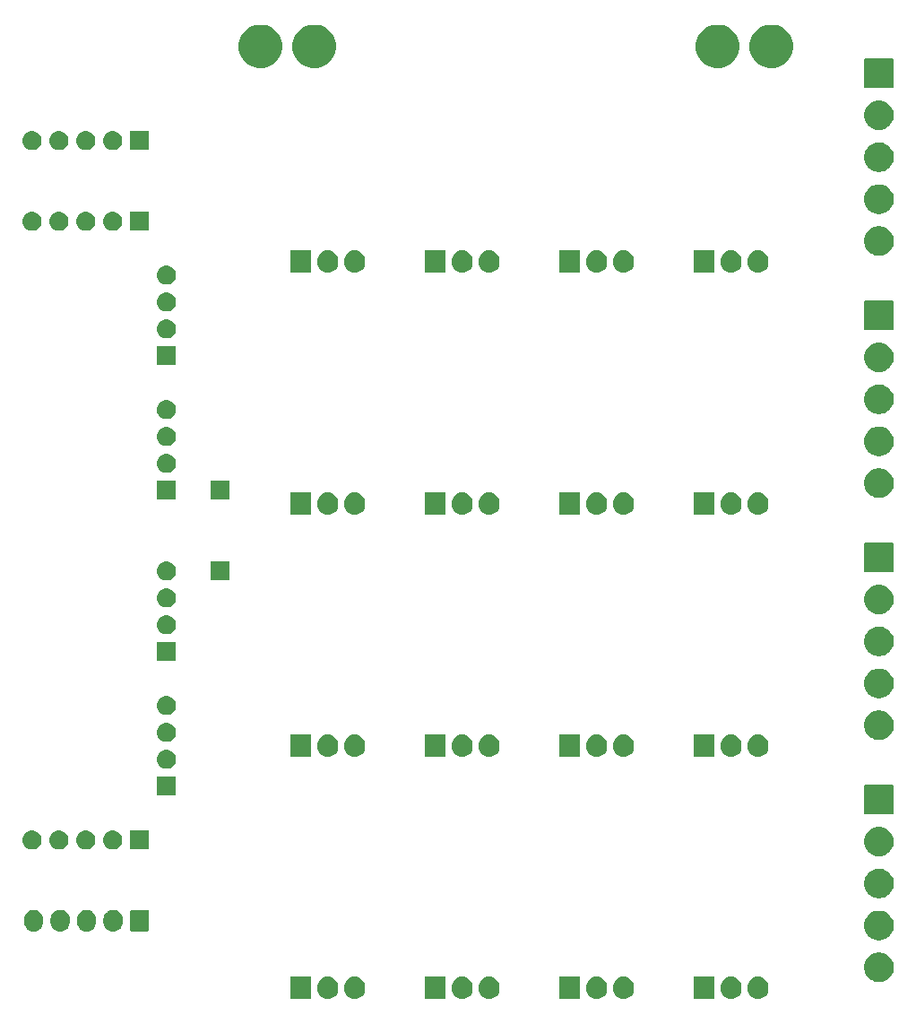
<source format=gbr>
%TF.GenerationSoftware,KiCad,Pcbnew,(5.0.1)-3*%
%TF.CreationDate,2018-11-11T20:09:42+02:00*%
%TF.ProjectId,Fet-levy,4665742D6C6576792E6B696361645F70,rev?*%
%TF.SameCoordinates,Original*%
%TF.FileFunction,Soldermask,Top*%
%TF.FilePolarity,Negative*%
%FSLAX46Y46*%
G04 Gerber Fmt 4.6, Leading zero omitted, Abs format (unit mm)*
G04 Created by KiCad (PCBNEW (5.0.1)-3) date 11.11.2018 20.09.42*
%MOMM*%
%LPD*%
G01*
G04 APERTURE LIST*
%ADD10C,0.100000*%
G04 APERTURE END LIST*
D10*
G36*
X204666719Y-141203520D02*
X204855880Y-141260901D01*
X205030212Y-141354083D01*
X205183015Y-141479485D01*
X205308417Y-141632288D01*
X205401599Y-141806619D01*
X205458980Y-141995780D01*
X205473500Y-142143206D01*
X205473500Y-142336793D01*
X205458980Y-142484219D01*
X205401599Y-142673380D01*
X205308417Y-142847712D01*
X205183015Y-143000515D01*
X205030212Y-143125917D01*
X204855881Y-143219099D01*
X204666720Y-143276480D01*
X204470000Y-143295855D01*
X204273281Y-143276480D01*
X204084120Y-143219099D01*
X203909788Y-143125917D01*
X203756985Y-143000515D01*
X203631583Y-142847712D01*
X203538401Y-142673381D01*
X203481020Y-142484220D01*
X203466500Y-142336794D01*
X203466500Y-142143207D01*
X203481020Y-141995781D01*
X203538401Y-141806620D01*
X203631583Y-141632288D01*
X203756985Y-141479485D01*
X203909788Y-141354083D01*
X204084119Y-141260901D01*
X204273280Y-141203520D01*
X204470000Y-141184145D01*
X204666719Y-141203520D01*
X204666719Y-141203520D01*
G37*
G36*
X191966719Y-141203520D02*
X192155880Y-141260901D01*
X192330212Y-141354083D01*
X192483015Y-141479485D01*
X192608417Y-141632288D01*
X192701599Y-141806619D01*
X192758980Y-141995780D01*
X192773500Y-142143206D01*
X192773500Y-142336793D01*
X192758980Y-142484219D01*
X192701599Y-142673380D01*
X192608417Y-142847712D01*
X192483015Y-143000515D01*
X192330212Y-143125917D01*
X192155881Y-143219099D01*
X191966720Y-143276480D01*
X191770000Y-143295855D01*
X191573281Y-143276480D01*
X191384120Y-143219099D01*
X191209788Y-143125917D01*
X191056985Y-143000515D01*
X190931583Y-142847712D01*
X190838401Y-142673381D01*
X190781020Y-142484220D01*
X190766500Y-142336794D01*
X190766500Y-142143207D01*
X190781020Y-141995781D01*
X190838401Y-141806620D01*
X190931583Y-141632288D01*
X191056985Y-141479485D01*
X191209788Y-141354083D01*
X191384119Y-141260901D01*
X191573280Y-141203520D01*
X191770000Y-141184145D01*
X191966719Y-141203520D01*
X191966719Y-141203520D01*
G37*
G36*
X227526719Y-141203520D02*
X227715880Y-141260901D01*
X227890212Y-141354083D01*
X228043015Y-141479485D01*
X228168417Y-141632288D01*
X228261599Y-141806619D01*
X228318980Y-141995780D01*
X228333500Y-142143206D01*
X228333500Y-142336793D01*
X228318980Y-142484219D01*
X228261599Y-142673380D01*
X228168417Y-142847712D01*
X228043015Y-143000515D01*
X227890212Y-143125917D01*
X227715881Y-143219099D01*
X227526720Y-143276480D01*
X227330000Y-143295855D01*
X227133281Y-143276480D01*
X226944120Y-143219099D01*
X226769788Y-143125917D01*
X226616985Y-143000515D01*
X226491583Y-142847712D01*
X226398401Y-142673381D01*
X226341020Y-142484220D01*
X226326500Y-142336794D01*
X226326500Y-142143207D01*
X226341020Y-141995781D01*
X226398401Y-141806620D01*
X226491583Y-141632288D01*
X226616985Y-141479485D01*
X226769788Y-141354083D01*
X226944119Y-141260901D01*
X227133280Y-141203520D01*
X227330000Y-141184145D01*
X227526719Y-141203520D01*
X227526719Y-141203520D01*
G37*
G36*
X230066719Y-141203520D02*
X230255880Y-141260901D01*
X230430212Y-141354083D01*
X230583015Y-141479485D01*
X230708417Y-141632288D01*
X230801599Y-141806619D01*
X230858980Y-141995780D01*
X230873500Y-142143206D01*
X230873500Y-142336793D01*
X230858980Y-142484219D01*
X230801599Y-142673380D01*
X230708417Y-142847712D01*
X230583015Y-143000515D01*
X230430212Y-143125917D01*
X230255881Y-143219099D01*
X230066720Y-143276480D01*
X229870000Y-143295855D01*
X229673281Y-143276480D01*
X229484120Y-143219099D01*
X229309788Y-143125917D01*
X229156985Y-143000515D01*
X229031583Y-142847712D01*
X228938401Y-142673381D01*
X228881020Y-142484220D01*
X228866500Y-142336794D01*
X228866500Y-142143207D01*
X228881020Y-141995781D01*
X228938401Y-141806620D01*
X229031583Y-141632288D01*
X229156985Y-141479485D01*
X229309788Y-141354083D01*
X229484119Y-141260901D01*
X229673280Y-141203520D01*
X229870000Y-141184145D01*
X230066719Y-141203520D01*
X230066719Y-141203520D01*
G37*
G36*
X217366719Y-141203520D02*
X217555880Y-141260901D01*
X217730212Y-141354083D01*
X217883015Y-141479485D01*
X218008417Y-141632288D01*
X218101599Y-141806619D01*
X218158980Y-141995780D01*
X218173500Y-142143206D01*
X218173500Y-142336793D01*
X218158980Y-142484219D01*
X218101599Y-142673380D01*
X218008417Y-142847712D01*
X217883015Y-143000515D01*
X217730212Y-143125917D01*
X217555881Y-143219099D01*
X217366720Y-143276480D01*
X217170000Y-143295855D01*
X216973281Y-143276480D01*
X216784120Y-143219099D01*
X216609788Y-143125917D01*
X216456985Y-143000515D01*
X216331583Y-142847712D01*
X216238401Y-142673381D01*
X216181020Y-142484220D01*
X216166500Y-142336794D01*
X216166500Y-142143207D01*
X216181020Y-141995781D01*
X216238401Y-141806620D01*
X216331583Y-141632288D01*
X216456985Y-141479485D01*
X216609788Y-141354083D01*
X216784119Y-141260901D01*
X216973280Y-141203520D01*
X217170000Y-141184145D01*
X217366719Y-141203520D01*
X217366719Y-141203520D01*
G37*
G36*
X189426719Y-141203520D02*
X189615880Y-141260901D01*
X189790212Y-141354083D01*
X189943015Y-141479485D01*
X190068417Y-141632288D01*
X190161599Y-141806619D01*
X190218980Y-141995780D01*
X190233500Y-142143206D01*
X190233500Y-142336793D01*
X190218980Y-142484219D01*
X190161599Y-142673380D01*
X190068417Y-142847712D01*
X189943015Y-143000515D01*
X189790212Y-143125917D01*
X189615881Y-143219099D01*
X189426720Y-143276480D01*
X189230000Y-143295855D01*
X189033281Y-143276480D01*
X188844120Y-143219099D01*
X188669788Y-143125917D01*
X188516985Y-143000515D01*
X188391583Y-142847712D01*
X188298401Y-142673381D01*
X188241020Y-142484220D01*
X188226500Y-142336794D01*
X188226500Y-142143207D01*
X188241020Y-141995781D01*
X188298401Y-141806620D01*
X188391583Y-141632288D01*
X188516985Y-141479485D01*
X188669788Y-141354083D01*
X188844119Y-141260901D01*
X189033280Y-141203520D01*
X189230000Y-141184145D01*
X189426719Y-141203520D01*
X189426719Y-141203520D01*
G37*
G36*
X202126719Y-141203520D02*
X202315880Y-141260901D01*
X202490212Y-141354083D01*
X202643015Y-141479485D01*
X202768417Y-141632288D01*
X202861599Y-141806619D01*
X202918980Y-141995780D01*
X202933500Y-142143206D01*
X202933500Y-142336793D01*
X202918980Y-142484219D01*
X202861599Y-142673380D01*
X202768417Y-142847712D01*
X202643015Y-143000515D01*
X202490212Y-143125917D01*
X202315881Y-143219099D01*
X202126720Y-143276480D01*
X201930000Y-143295855D01*
X201733281Y-143276480D01*
X201544120Y-143219099D01*
X201369788Y-143125917D01*
X201216985Y-143000515D01*
X201091583Y-142847712D01*
X200998401Y-142673381D01*
X200941020Y-142484220D01*
X200926500Y-142336794D01*
X200926500Y-142143207D01*
X200941020Y-141995781D01*
X200998401Y-141806620D01*
X201091583Y-141632288D01*
X201216985Y-141479485D01*
X201369788Y-141354083D01*
X201544119Y-141260901D01*
X201733280Y-141203520D01*
X201930000Y-141184145D01*
X202126719Y-141203520D01*
X202126719Y-141203520D01*
G37*
G36*
X214826719Y-141203520D02*
X215015880Y-141260901D01*
X215190212Y-141354083D01*
X215343015Y-141479485D01*
X215468417Y-141632288D01*
X215561599Y-141806619D01*
X215618980Y-141995780D01*
X215633500Y-142143206D01*
X215633500Y-142336793D01*
X215618980Y-142484219D01*
X215561599Y-142673380D01*
X215468417Y-142847712D01*
X215343015Y-143000515D01*
X215190212Y-143125917D01*
X215015881Y-143219099D01*
X214826720Y-143276480D01*
X214630000Y-143295855D01*
X214433281Y-143276480D01*
X214244120Y-143219099D01*
X214069788Y-143125917D01*
X213916985Y-143000515D01*
X213791583Y-142847712D01*
X213698401Y-142673381D01*
X213641020Y-142484220D01*
X213626500Y-142336794D01*
X213626500Y-142143207D01*
X213641020Y-141995781D01*
X213698401Y-141806620D01*
X213791583Y-141632288D01*
X213916985Y-141479485D01*
X214069788Y-141354083D01*
X214244119Y-141260901D01*
X214433280Y-141203520D01*
X214630000Y-141184145D01*
X214826719Y-141203520D01*
X214826719Y-141203520D01*
G37*
G36*
X187693500Y-143291000D02*
X185686500Y-143291000D01*
X185686500Y-141189000D01*
X187693500Y-141189000D01*
X187693500Y-143291000D01*
X187693500Y-143291000D01*
G37*
G36*
X200393500Y-143291000D02*
X198386500Y-143291000D01*
X198386500Y-141189000D01*
X200393500Y-141189000D01*
X200393500Y-143291000D01*
X200393500Y-143291000D01*
G37*
G36*
X213093500Y-143291000D02*
X211086500Y-143291000D01*
X211086500Y-141189000D01*
X213093500Y-141189000D01*
X213093500Y-143291000D01*
X213093500Y-143291000D01*
G37*
G36*
X225793500Y-143291000D02*
X223786500Y-143291000D01*
X223786500Y-141189000D01*
X225793500Y-141189000D01*
X225793500Y-143291000D01*
X225793500Y-143291000D01*
G37*
G36*
X241618433Y-138934893D02*
X241708657Y-138952839D01*
X241814267Y-138996585D01*
X241963621Y-139058449D01*
X242193089Y-139211774D01*
X242388226Y-139406911D01*
X242541551Y-139636379D01*
X242647161Y-139891344D01*
X242701000Y-140162012D01*
X242701000Y-140437988D01*
X242647161Y-140708656D01*
X242541551Y-140963621D01*
X242388226Y-141193089D01*
X242193089Y-141388226D01*
X241963621Y-141541551D01*
X241814267Y-141603415D01*
X241708657Y-141647161D01*
X241618433Y-141665107D01*
X241437988Y-141701000D01*
X241162012Y-141701000D01*
X240981567Y-141665107D01*
X240891343Y-141647161D01*
X240785733Y-141603415D01*
X240636379Y-141541551D01*
X240406911Y-141388226D01*
X240211774Y-141193089D01*
X240058449Y-140963621D01*
X239952839Y-140708656D01*
X239899000Y-140437988D01*
X239899000Y-140162012D01*
X239952839Y-139891344D01*
X240058449Y-139636379D01*
X240211774Y-139406911D01*
X240406911Y-139211774D01*
X240636379Y-139058449D01*
X240785733Y-138996585D01*
X240891343Y-138952839D01*
X240981567Y-138934893D01*
X241162012Y-138899000D01*
X241437988Y-138899000D01*
X241618433Y-138934893D01*
X241618433Y-138934893D01*
G37*
G36*
X241610683Y-134973351D02*
X241708657Y-134992839D01*
X241755451Y-135012222D01*
X241963621Y-135098449D01*
X242193089Y-135251774D01*
X242388226Y-135446911D01*
X242541551Y-135676379D01*
X242647161Y-135931344D01*
X242698934Y-136191624D01*
X242701000Y-136202014D01*
X242701000Y-136477986D01*
X242647161Y-136748657D01*
X242623140Y-136806649D01*
X242541551Y-137003621D01*
X242388226Y-137233089D01*
X242193089Y-137428226D01*
X241963621Y-137581551D01*
X241814267Y-137643415D01*
X241708657Y-137687161D01*
X241618433Y-137705107D01*
X241437988Y-137741000D01*
X241162012Y-137741000D01*
X240981567Y-137705107D01*
X240891343Y-137687161D01*
X240785733Y-137643415D01*
X240636379Y-137581551D01*
X240406911Y-137428226D01*
X240211774Y-137233089D01*
X240058449Y-137003621D01*
X239976860Y-136806649D01*
X239952839Y-136748657D01*
X239899000Y-136477986D01*
X239899000Y-136202014D01*
X239901067Y-136191624D01*
X239952839Y-135931344D01*
X240058449Y-135676379D01*
X240211774Y-135446911D01*
X240406911Y-135251774D01*
X240636379Y-135098449D01*
X240844549Y-135012222D01*
X240891343Y-134992839D01*
X240989317Y-134973351D01*
X241162012Y-134939000D01*
X241437988Y-134939000D01*
X241610683Y-134973351D01*
X241610683Y-134973351D01*
G37*
G36*
X161626627Y-134877037D02*
X161739853Y-134911384D01*
X161796467Y-134928557D01*
X161916728Y-134992839D01*
X161952991Y-135012222D01*
X161988729Y-135041552D01*
X162090186Y-135124814D01*
X162173448Y-135226271D01*
X162202778Y-135262009D01*
X162286443Y-135418534D01*
X162337963Y-135588374D01*
X162337963Y-135588376D01*
X162346631Y-135676378D01*
X162351000Y-135720743D01*
X162351000Y-136059258D01*
X162337963Y-136191627D01*
X162334812Y-136202014D01*
X162286443Y-136361467D01*
X162224161Y-136477986D01*
X162202778Y-136517991D01*
X162173448Y-136553729D01*
X162090186Y-136655186D01*
X161952989Y-136767779D01*
X161796466Y-136851443D01*
X161755733Y-136863799D01*
X161626626Y-136902963D01*
X161450000Y-136920359D01*
X161273373Y-136902963D01*
X161144266Y-136863799D01*
X161103533Y-136851443D01*
X160947011Y-136767779D01*
X160947009Y-136767778D01*
X160904749Y-136733096D01*
X160809814Y-136655186D01*
X160697221Y-136517989D01*
X160613557Y-136361466D01*
X160596384Y-136304852D01*
X160562037Y-136191626D01*
X160549000Y-136059257D01*
X160549000Y-135720742D01*
X160562037Y-135588373D01*
X160613557Y-135418534D01*
X160613557Y-135418533D01*
X160697222Y-135262008D01*
X160809812Y-135124817D01*
X160904750Y-135046904D01*
X160947010Y-135012222D01*
X160983273Y-134992839D01*
X161103534Y-134928557D01*
X161160148Y-134911384D01*
X161273374Y-134877037D01*
X161450000Y-134859641D01*
X161626627Y-134877037D01*
X161626627Y-134877037D01*
G37*
G36*
X164126627Y-134877037D02*
X164239853Y-134911384D01*
X164296467Y-134928557D01*
X164416728Y-134992839D01*
X164452991Y-135012222D01*
X164488729Y-135041552D01*
X164590186Y-135124814D01*
X164673448Y-135226271D01*
X164702778Y-135262009D01*
X164786443Y-135418534D01*
X164837963Y-135588374D01*
X164837963Y-135588376D01*
X164846631Y-135676378D01*
X164851000Y-135720743D01*
X164851000Y-136059258D01*
X164837963Y-136191627D01*
X164834812Y-136202014D01*
X164786443Y-136361467D01*
X164724161Y-136477986D01*
X164702778Y-136517991D01*
X164673448Y-136553729D01*
X164590186Y-136655186D01*
X164452989Y-136767779D01*
X164296466Y-136851443D01*
X164255733Y-136863799D01*
X164126626Y-136902963D01*
X163950000Y-136920359D01*
X163773373Y-136902963D01*
X163644266Y-136863799D01*
X163603533Y-136851443D01*
X163447011Y-136767779D01*
X163447009Y-136767778D01*
X163404749Y-136733096D01*
X163309814Y-136655186D01*
X163197221Y-136517989D01*
X163113557Y-136361466D01*
X163096384Y-136304852D01*
X163062037Y-136191626D01*
X163049000Y-136059257D01*
X163049000Y-135720742D01*
X163062037Y-135588373D01*
X163113557Y-135418534D01*
X163113557Y-135418533D01*
X163197222Y-135262008D01*
X163309812Y-135124817D01*
X163404750Y-135046904D01*
X163447010Y-135012222D01*
X163483273Y-134992839D01*
X163603534Y-134928557D01*
X163660148Y-134911384D01*
X163773374Y-134877037D01*
X163950000Y-134859641D01*
X164126627Y-134877037D01*
X164126627Y-134877037D01*
G37*
G36*
X166626627Y-134877037D02*
X166739853Y-134911384D01*
X166796467Y-134928557D01*
X166916728Y-134992839D01*
X166952991Y-135012222D01*
X166988729Y-135041552D01*
X167090186Y-135124814D01*
X167173448Y-135226271D01*
X167202778Y-135262009D01*
X167286443Y-135418534D01*
X167337963Y-135588374D01*
X167337963Y-135588376D01*
X167346631Y-135676378D01*
X167351000Y-135720743D01*
X167351000Y-136059258D01*
X167337963Y-136191627D01*
X167334812Y-136202014D01*
X167286443Y-136361467D01*
X167224161Y-136477986D01*
X167202778Y-136517991D01*
X167173448Y-136553729D01*
X167090186Y-136655186D01*
X166952989Y-136767779D01*
X166796466Y-136851443D01*
X166755733Y-136863799D01*
X166626626Y-136902963D01*
X166450000Y-136920359D01*
X166273373Y-136902963D01*
X166144266Y-136863799D01*
X166103533Y-136851443D01*
X165947011Y-136767779D01*
X165947009Y-136767778D01*
X165904749Y-136733096D01*
X165809814Y-136655186D01*
X165697221Y-136517989D01*
X165613557Y-136361466D01*
X165596384Y-136304852D01*
X165562037Y-136191626D01*
X165549000Y-136059257D01*
X165549000Y-135720742D01*
X165562037Y-135588373D01*
X165613557Y-135418534D01*
X165613557Y-135418533D01*
X165697222Y-135262008D01*
X165809812Y-135124817D01*
X165904750Y-135046904D01*
X165947010Y-135012222D01*
X165983273Y-134992839D01*
X166103534Y-134928557D01*
X166160148Y-134911384D01*
X166273374Y-134877037D01*
X166450000Y-134859641D01*
X166626627Y-134877037D01*
X166626627Y-134877037D01*
G37*
G36*
X169126627Y-134877037D02*
X169239853Y-134911384D01*
X169296467Y-134928557D01*
X169416728Y-134992839D01*
X169452991Y-135012222D01*
X169488729Y-135041552D01*
X169590186Y-135124814D01*
X169673448Y-135226271D01*
X169702778Y-135262009D01*
X169786443Y-135418534D01*
X169837963Y-135588374D01*
X169837963Y-135588376D01*
X169846631Y-135676378D01*
X169851000Y-135720743D01*
X169851000Y-136059258D01*
X169837963Y-136191627D01*
X169834812Y-136202014D01*
X169786443Y-136361467D01*
X169724161Y-136477986D01*
X169702778Y-136517991D01*
X169673448Y-136553729D01*
X169590186Y-136655186D01*
X169452989Y-136767779D01*
X169296466Y-136851443D01*
X169255733Y-136863799D01*
X169126626Y-136902963D01*
X168950000Y-136920359D01*
X168773373Y-136902963D01*
X168644266Y-136863799D01*
X168603533Y-136851443D01*
X168447011Y-136767779D01*
X168447009Y-136767778D01*
X168404749Y-136733096D01*
X168309814Y-136655186D01*
X168197221Y-136517989D01*
X168113557Y-136361466D01*
X168096384Y-136304852D01*
X168062037Y-136191626D01*
X168049000Y-136059257D01*
X168049000Y-135720742D01*
X168062037Y-135588373D01*
X168113557Y-135418534D01*
X168113557Y-135418533D01*
X168197222Y-135262008D01*
X168309812Y-135124817D01*
X168404750Y-135046904D01*
X168447010Y-135012222D01*
X168483273Y-134992839D01*
X168603534Y-134928557D01*
X168660148Y-134911384D01*
X168773374Y-134877037D01*
X168950000Y-134859641D01*
X169126627Y-134877037D01*
X169126627Y-134877037D01*
G37*
G36*
X172208600Y-134867989D02*
X172241649Y-134878014D01*
X172272106Y-134894294D01*
X172298799Y-134916201D01*
X172320706Y-134942894D01*
X172336986Y-134973351D01*
X172347011Y-135006400D01*
X172351000Y-135046904D01*
X172351000Y-136733096D01*
X172347011Y-136773600D01*
X172336986Y-136806649D01*
X172320706Y-136837106D01*
X172298799Y-136863799D01*
X172272106Y-136885706D01*
X172241649Y-136901986D01*
X172208600Y-136912011D01*
X172168096Y-136916000D01*
X170731904Y-136916000D01*
X170691400Y-136912011D01*
X170658351Y-136901986D01*
X170627894Y-136885706D01*
X170601201Y-136863799D01*
X170579294Y-136837106D01*
X170563014Y-136806649D01*
X170552989Y-136773600D01*
X170549000Y-136733096D01*
X170549000Y-135046904D01*
X170552989Y-135006400D01*
X170563014Y-134973351D01*
X170579294Y-134942894D01*
X170601201Y-134916201D01*
X170627894Y-134894294D01*
X170658351Y-134878014D01*
X170691400Y-134867989D01*
X170731904Y-134864000D01*
X172168096Y-134864000D01*
X172208600Y-134867989D01*
X172208600Y-134867989D01*
G37*
G36*
X241618433Y-131014893D02*
X241708657Y-131032839D01*
X241814267Y-131076585D01*
X241963621Y-131138449D01*
X242193089Y-131291774D01*
X242388226Y-131486911D01*
X242541551Y-131716379D01*
X242647161Y-131971344D01*
X242701000Y-132242012D01*
X242701000Y-132517988D01*
X242647161Y-132788656D01*
X242541551Y-133043621D01*
X242388226Y-133273089D01*
X242193089Y-133468226D01*
X241963621Y-133621551D01*
X241814267Y-133683415D01*
X241708657Y-133727161D01*
X241618433Y-133745107D01*
X241437988Y-133781000D01*
X241162012Y-133781000D01*
X240981567Y-133745107D01*
X240891343Y-133727161D01*
X240785733Y-133683415D01*
X240636379Y-133621551D01*
X240406911Y-133468226D01*
X240211774Y-133273089D01*
X240058449Y-133043621D01*
X239952839Y-132788656D01*
X239899000Y-132517988D01*
X239899000Y-132242012D01*
X239952839Y-131971344D01*
X240058449Y-131716379D01*
X240211774Y-131486911D01*
X240406911Y-131291774D01*
X240636379Y-131138449D01*
X240785733Y-131076585D01*
X240891343Y-131032839D01*
X240981567Y-131014893D01*
X241162012Y-130979000D01*
X241437988Y-130979000D01*
X241618433Y-131014893D01*
X241618433Y-131014893D01*
G37*
G36*
X241618433Y-127054893D02*
X241708657Y-127072839D01*
X241814267Y-127116585D01*
X241963621Y-127178449D01*
X242193089Y-127331774D01*
X242388226Y-127526911D01*
X242541551Y-127756379D01*
X242603415Y-127905733D01*
X242610789Y-127923533D01*
X242647161Y-128011344D01*
X242701000Y-128282012D01*
X242701000Y-128557988D01*
X242647161Y-128828656D01*
X242541551Y-129083621D01*
X242388226Y-129313089D01*
X242193089Y-129508226D01*
X241963621Y-129661551D01*
X241814267Y-129723415D01*
X241708657Y-129767161D01*
X241618433Y-129785107D01*
X241437988Y-129821000D01*
X241162012Y-129821000D01*
X240981567Y-129785107D01*
X240891343Y-129767161D01*
X240785733Y-129723415D01*
X240636379Y-129661551D01*
X240406911Y-129508226D01*
X240211774Y-129313089D01*
X240058449Y-129083621D01*
X239952839Y-128828656D01*
X239899000Y-128557988D01*
X239899000Y-128282012D01*
X239952839Y-128011344D01*
X239989212Y-127923533D01*
X239996585Y-127905733D01*
X240058449Y-127756379D01*
X240211774Y-127526911D01*
X240406911Y-127331774D01*
X240636379Y-127178449D01*
X240785733Y-127116585D01*
X240891343Y-127072839D01*
X240981567Y-127054893D01*
X241162012Y-127019000D01*
X241437988Y-127019000D01*
X241618433Y-127054893D01*
X241618433Y-127054893D01*
G37*
G36*
X161400442Y-127375518D02*
X161466627Y-127382037D01*
X161579853Y-127416384D01*
X161636467Y-127433557D01*
X161775087Y-127507652D01*
X161792991Y-127517222D01*
X161828729Y-127546552D01*
X161930186Y-127629814D01*
X162013448Y-127731271D01*
X162042778Y-127767009D01*
X162042779Y-127767011D01*
X162126443Y-127923533D01*
X162126443Y-127923534D01*
X162177963Y-128093373D01*
X162195359Y-128270000D01*
X162177963Y-128446627D01*
X162144183Y-128557986D01*
X162126443Y-128616467D01*
X162052348Y-128755087D01*
X162042778Y-128772991D01*
X162013448Y-128808729D01*
X161930186Y-128910186D01*
X161828729Y-128993448D01*
X161792991Y-129022778D01*
X161792989Y-129022779D01*
X161636467Y-129106443D01*
X161579853Y-129123616D01*
X161466627Y-129157963D01*
X161400442Y-129164482D01*
X161334260Y-129171000D01*
X161245740Y-129171000D01*
X161179558Y-129164482D01*
X161113373Y-129157963D01*
X161000147Y-129123616D01*
X160943533Y-129106443D01*
X160787011Y-129022779D01*
X160787009Y-129022778D01*
X160751271Y-128993448D01*
X160649814Y-128910186D01*
X160566552Y-128808729D01*
X160537222Y-128772991D01*
X160527652Y-128755087D01*
X160453557Y-128616467D01*
X160435817Y-128557986D01*
X160402037Y-128446627D01*
X160384641Y-128270000D01*
X160402037Y-128093373D01*
X160453557Y-127923534D01*
X160453557Y-127923533D01*
X160537221Y-127767011D01*
X160537222Y-127767009D01*
X160566552Y-127731271D01*
X160649814Y-127629814D01*
X160751271Y-127546552D01*
X160787009Y-127517222D01*
X160804913Y-127507652D01*
X160943533Y-127433557D01*
X161000147Y-127416384D01*
X161113373Y-127382037D01*
X161179558Y-127375518D01*
X161245740Y-127369000D01*
X161334260Y-127369000D01*
X161400442Y-127375518D01*
X161400442Y-127375518D01*
G37*
G36*
X169020442Y-127375518D02*
X169086627Y-127382037D01*
X169199853Y-127416384D01*
X169256467Y-127433557D01*
X169395087Y-127507652D01*
X169412991Y-127517222D01*
X169448729Y-127546552D01*
X169550186Y-127629814D01*
X169633448Y-127731271D01*
X169662778Y-127767009D01*
X169662779Y-127767011D01*
X169746443Y-127923533D01*
X169746443Y-127923534D01*
X169797963Y-128093373D01*
X169815359Y-128270000D01*
X169797963Y-128446627D01*
X169764183Y-128557986D01*
X169746443Y-128616467D01*
X169672348Y-128755087D01*
X169662778Y-128772991D01*
X169633448Y-128808729D01*
X169550186Y-128910186D01*
X169448729Y-128993448D01*
X169412991Y-129022778D01*
X169412989Y-129022779D01*
X169256467Y-129106443D01*
X169199853Y-129123616D01*
X169086627Y-129157963D01*
X169020442Y-129164482D01*
X168954260Y-129171000D01*
X168865740Y-129171000D01*
X168799558Y-129164482D01*
X168733373Y-129157963D01*
X168620147Y-129123616D01*
X168563533Y-129106443D01*
X168407011Y-129022779D01*
X168407009Y-129022778D01*
X168371271Y-128993448D01*
X168269814Y-128910186D01*
X168186552Y-128808729D01*
X168157222Y-128772991D01*
X168147652Y-128755087D01*
X168073557Y-128616467D01*
X168055817Y-128557986D01*
X168022037Y-128446627D01*
X168004641Y-128270000D01*
X168022037Y-128093373D01*
X168073557Y-127923534D01*
X168073557Y-127923533D01*
X168157221Y-127767011D01*
X168157222Y-127767009D01*
X168186552Y-127731271D01*
X168269814Y-127629814D01*
X168371271Y-127546552D01*
X168407009Y-127517222D01*
X168424913Y-127507652D01*
X168563533Y-127433557D01*
X168620147Y-127416384D01*
X168733373Y-127382037D01*
X168799558Y-127375518D01*
X168865740Y-127369000D01*
X168954260Y-127369000D01*
X169020442Y-127375518D01*
X169020442Y-127375518D01*
G37*
G36*
X163940442Y-127375518D02*
X164006627Y-127382037D01*
X164119853Y-127416384D01*
X164176467Y-127433557D01*
X164315087Y-127507652D01*
X164332991Y-127517222D01*
X164368729Y-127546552D01*
X164470186Y-127629814D01*
X164553448Y-127731271D01*
X164582778Y-127767009D01*
X164582779Y-127767011D01*
X164666443Y-127923533D01*
X164666443Y-127923534D01*
X164717963Y-128093373D01*
X164735359Y-128270000D01*
X164717963Y-128446627D01*
X164684183Y-128557986D01*
X164666443Y-128616467D01*
X164592348Y-128755087D01*
X164582778Y-128772991D01*
X164553448Y-128808729D01*
X164470186Y-128910186D01*
X164368729Y-128993448D01*
X164332991Y-129022778D01*
X164332989Y-129022779D01*
X164176467Y-129106443D01*
X164119853Y-129123616D01*
X164006627Y-129157963D01*
X163940442Y-129164482D01*
X163874260Y-129171000D01*
X163785740Y-129171000D01*
X163719558Y-129164482D01*
X163653373Y-129157963D01*
X163540147Y-129123616D01*
X163483533Y-129106443D01*
X163327011Y-129022779D01*
X163327009Y-129022778D01*
X163291271Y-128993448D01*
X163189814Y-128910186D01*
X163106552Y-128808729D01*
X163077222Y-128772991D01*
X163067652Y-128755087D01*
X162993557Y-128616467D01*
X162975817Y-128557986D01*
X162942037Y-128446627D01*
X162924641Y-128270000D01*
X162942037Y-128093373D01*
X162993557Y-127923534D01*
X162993557Y-127923533D01*
X163077221Y-127767011D01*
X163077222Y-127767009D01*
X163106552Y-127731271D01*
X163189814Y-127629814D01*
X163291271Y-127546552D01*
X163327009Y-127517222D01*
X163344913Y-127507652D01*
X163483533Y-127433557D01*
X163540147Y-127416384D01*
X163653373Y-127382037D01*
X163719558Y-127375518D01*
X163785740Y-127369000D01*
X163874260Y-127369000D01*
X163940442Y-127375518D01*
X163940442Y-127375518D01*
G37*
G36*
X166480442Y-127375518D02*
X166546627Y-127382037D01*
X166659853Y-127416384D01*
X166716467Y-127433557D01*
X166855087Y-127507652D01*
X166872991Y-127517222D01*
X166908729Y-127546552D01*
X167010186Y-127629814D01*
X167093448Y-127731271D01*
X167122778Y-127767009D01*
X167122779Y-127767011D01*
X167206443Y-127923533D01*
X167206443Y-127923534D01*
X167257963Y-128093373D01*
X167275359Y-128270000D01*
X167257963Y-128446627D01*
X167224183Y-128557986D01*
X167206443Y-128616467D01*
X167132348Y-128755087D01*
X167122778Y-128772991D01*
X167093448Y-128808729D01*
X167010186Y-128910186D01*
X166908729Y-128993448D01*
X166872991Y-129022778D01*
X166872989Y-129022779D01*
X166716467Y-129106443D01*
X166659853Y-129123616D01*
X166546627Y-129157963D01*
X166480442Y-129164482D01*
X166414260Y-129171000D01*
X166325740Y-129171000D01*
X166259558Y-129164482D01*
X166193373Y-129157963D01*
X166080147Y-129123616D01*
X166023533Y-129106443D01*
X165867011Y-129022779D01*
X165867009Y-129022778D01*
X165831271Y-128993448D01*
X165729814Y-128910186D01*
X165646552Y-128808729D01*
X165617222Y-128772991D01*
X165607652Y-128755087D01*
X165533557Y-128616467D01*
X165515817Y-128557986D01*
X165482037Y-128446627D01*
X165464641Y-128270000D01*
X165482037Y-128093373D01*
X165533557Y-127923534D01*
X165533557Y-127923533D01*
X165617221Y-127767011D01*
X165617222Y-127767009D01*
X165646552Y-127731271D01*
X165729814Y-127629814D01*
X165831271Y-127546552D01*
X165867009Y-127517222D01*
X165884913Y-127507652D01*
X166023533Y-127433557D01*
X166080147Y-127416384D01*
X166193373Y-127382037D01*
X166259558Y-127375518D01*
X166325740Y-127369000D01*
X166414260Y-127369000D01*
X166480442Y-127375518D01*
X166480442Y-127375518D01*
G37*
G36*
X172351000Y-129171000D02*
X170549000Y-129171000D01*
X170549000Y-127369000D01*
X172351000Y-127369000D01*
X172351000Y-129171000D01*
X172351000Y-129171000D01*
G37*
G36*
X242574032Y-123062621D02*
X242603487Y-123071556D01*
X242630624Y-123086062D01*
X242654414Y-123105586D01*
X242673938Y-123129376D01*
X242688444Y-123156513D01*
X242697379Y-123185968D01*
X242701000Y-123222733D01*
X242701000Y-125697267D01*
X242697379Y-125734032D01*
X242688444Y-125763487D01*
X242673938Y-125790624D01*
X242654414Y-125814414D01*
X242630624Y-125833938D01*
X242603487Y-125848444D01*
X242574032Y-125857379D01*
X242537267Y-125861000D01*
X240062733Y-125861000D01*
X240025968Y-125857379D01*
X239996513Y-125848444D01*
X239969376Y-125833938D01*
X239945586Y-125814414D01*
X239926062Y-125790624D01*
X239911556Y-125763487D01*
X239902621Y-125734032D01*
X239899000Y-125697267D01*
X239899000Y-123222733D01*
X239902621Y-123185968D01*
X239911556Y-123156513D01*
X239926062Y-123129376D01*
X239945586Y-123105586D01*
X239969376Y-123086062D01*
X239996513Y-123071556D01*
X240025968Y-123062621D01*
X240062733Y-123059000D01*
X242537267Y-123059000D01*
X242574032Y-123062621D01*
X242574032Y-123062621D01*
G37*
G36*
X174891000Y-124091000D02*
X173089000Y-124091000D01*
X173089000Y-122289000D01*
X174891000Y-122289000D01*
X174891000Y-124091000D01*
X174891000Y-124091000D01*
G37*
G36*
X174100442Y-119755518D02*
X174166627Y-119762037D01*
X174279853Y-119796384D01*
X174336467Y-119813557D01*
X174475087Y-119887652D01*
X174492991Y-119897222D01*
X174528729Y-119926552D01*
X174630186Y-120009814D01*
X174713448Y-120111271D01*
X174742778Y-120147009D01*
X174742779Y-120147011D01*
X174826443Y-120303533D01*
X174826443Y-120303534D01*
X174877963Y-120473373D01*
X174895359Y-120650000D01*
X174877963Y-120826627D01*
X174843616Y-120939853D01*
X174826443Y-120996467D01*
X174752348Y-121135087D01*
X174742778Y-121152991D01*
X174713448Y-121188729D01*
X174630186Y-121290186D01*
X174528729Y-121373448D01*
X174492991Y-121402778D01*
X174492989Y-121402779D01*
X174336467Y-121486443D01*
X174279853Y-121503616D01*
X174166627Y-121537963D01*
X174100443Y-121544481D01*
X174034260Y-121551000D01*
X173945740Y-121551000D01*
X173879557Y-121544481D01*
X173813373Y-121537963D01*
X173700147Y-121503616D01*
X173643533Y-121486443D01*
X173487011Y-121402779D01*
X173487009Y-121402778D01*
X173451271Y-121373448D01*
X173349814Y-121290186D01*
X173266552Y-121188729D01*
X173237222Y-121152991D01*
X173227652Y-121135087D01*
X173153557Y-120996467D01*
X173136384Y-120939853D01*
X173102037Y-120826627D01*
X173084641Y-120650000D01*
X173102037Y-120473373D01*
X173153557Y-120303534D01*
X173153557Y-120303533D01*
X173237221Y-120147011D01*
X173237222Y-120147009D01*
X173266552Y-120111271D01*
X173349814Y-120009814D01*
X173451271Y-119926552D01*
X173487009Y-119897222D01*
X173504913Y-119887652D01*
X173643533Y-119813557D01*
X173700147Y-119796384D01*
X173813373Y-119762037D01*
X173879558Y-119755518D01*
X173945740Y-119749000D01*
X174034260Y-119749000D01*
X174100442Y-119755518D01*
X174100442Y-119755518D01*
G37*
G36*
X202126719Y-118343520D02*
X202315880Y-118400901D01*
X202490212Y-118494083D01*
X202643015Y-118619485D01*
X202768417Y-118772288D01*
X202861599Y-118946619D01*
X202918980Y-119135780D01*
X202933500Y-119283206D01*
X202933500Y-119476793D01*
X202918980Y-119624219D01*
X202861599Y-119813380D01*
X202768417Y-119987712D01*
X202643015Y-120140515D01*
X202490212Y-120265917D01*
X202315881Y-120359099D01*
X202126720Y-120416480D01*
X201930000Y-120435855D01*
X201733281Y-120416480D01*
X201544120Y-120359099D01*
X201369788Y-120265917D01*
X201216985Y-120140515D01*
X201091583Y-119987712D01*
X200998401Y-119813381D01*
X200941020Y-119624220D01*
X200926500Y-119476794D01*
X200926500Y-119283207D01*
X200941020Y-119135781D01*
X200998401Y-118946620D01*
X201091583Y-118772288D01*
X201216985Y-118619485D01*
X201369788Y-118494083D01*
X201544119Y-118400901D01*
X201733280Y-118343520D01*
X201930000Y-118324145D01*
X202126719Y-118343520D01*
X202126719Y-118343520D01*
G37*
G36*
X217366719Y-118343520D02*
X217555880Y-118400901D01*
X217730212Y-118494083D01*
X217883015Y-118619485D01*
X218008417Y-118772288D01*
X218101599Y-118946619D01*
X218158980Y-119135780D01*
X218173500Y-119283206D01*
X218173500Y-119476793D01*
X218158980Y-119624219D01*
X218101599Y-119813380D01*
X218008417Y-119987712D01*
X217883015Y-120140515D01*
X217730212Y-120265917D01*
X217555881Y-120359099D01*
X217366720Y-120416480D01*
X217170000Y-120435855D01*
X216973281Y-120416480D01*
X216784120Y-120359099D01*
X216609788Y-120265917D01*
X216456985Y-120140515D01*
X216331583Y-119987712D01*
X216238401Y-119813381D01*
X216181020Y-119624220D01*
X216166500Y-119476794D01*
X216166500Y-119283207D01*
X216181020Y-119135781D01*
X216238401Y-118946620D01*
X216331583Y-118772288D01*
X216456985Y-118619485D01*
X216609788Y-118494083D01*
X216784119Y-118400901D01*
X216973280Y-118343520D01*
X217170000Y-118324145D01*
X217366719Y-118343520D01*
X217366719Y-118343520D01*
G37*
G36*
X214826719Y-118343520D02*
X215015880Y-118400901D01*
X215190212Y-118494083D01*
X215343015Y-118619485D01*
X215468417Y-118772288D01*
X215561599Y-118946619D01*
X215618980Y-119135780D01*
X215633500Y-119283206D01*
X215633500Y-119476793D01*
X215618980Y-119624219D01*
X215561599Y-119813380D01*
X215468417Y-119987712D01*
X215343015Y-120140515D01*
X215190212Y-120265917D01*
X215015881Y-120359099D01*
X214826720Y-120416480D01*
X214630000Y-120435855D01*
X214433281Y-120416480D01*
X214244120Y-120359099D01*
X214069788Y-120265917D01*
X213916985Y-120140515D01*
X213791583Y-119987712D01*
X213698401Y-119813381D01*
X213641020Y-119624220D01*
X213626500Y-119476794D01*
X213626500Y-119283207D01*
X213641020Y-119135781D01*
X213698401Y-118946620D01*
X213791583Y-118772288D01*
X213916985Y-118619485D01*
X214069788Y-118494083D01*
X214244119Y-118400901D01*
X214433280Y-118343520D01*
X214630000Y-118324145D01*
X214826719Y-118343520D01*
X214826719Y-118343520D01*
G37*
G36*
X189426719Y-118343520D02*
X189615880Y-118400901D01*
X189790212Y-118494083D01*
X189943015Y-118619485D01*
X190068417Y-118772288D01*
X190161599Y-118946619D01*
X190218980Y-119135780D01*
X190233500Y-119283206D01*
X190233500Y-119476793D01*
X190218980Y-119624219D01*
X190161599Y-119813380D01*
X190068417Y-119987712D01*
X189943015Y-120140515D01*
X189790212Y-120265917D01*
X189615881Y-120359099D01*
X189426720Y-120416480D01*
X189230000Y-120435855D01*
X189033281Y-120416480D01*
X188844120Y-120359099D01*
X188669788Y-120265917D01*
X188516985Y-120140515D01*
X188391583Y-119987712D01*
X188298401Y-119813381D01*
X188241020Y-119624220D01*
X188226500Y-119476794D01*
X188226500Y-119283207D01*
X188241020Y-119135781D01*
X188298401Y-118946620D01*
X188391583Y-118772288D01*
X188516985Y-118619485D01*
X188669788Y-118494083D01*
X188844119Y-118400901D01*
X189033280Y-118343520D01*
X189230000Y-118324145D01*
X189426719Y-118343520D01*
X189426719Y-118343520D01*
G37*
G36*
X191966719Y-118343520D02*
X192155880Y-118400901D01*
X192330212Y-118494083D01*
X192483015Y-118619485D01*
X192608417Y-118772288D01*
X192701599Y-118946619D01*
X192758980Y-119135780D01*
X192773500Y-119283206D01*
X192773500Y-119476793D01*
X192758980Y-119624219D01*
X192701599Y-119813380D01*
X192608417Y-119987712D01*
X192483015Y-120140515D01*
X192330212Y-120265917D01*
X192155881Y-120359099D01*
X191966720Y-120416480D01*
X191770000Y-120435855D01*
X191573281Y-120416480D01*
X191384120Y-120359099D01*
X191209788Y-120265917D01*
X191056985Y-120140515D01*
X190931583Y-119987712D01*
X190838401Y-119813381D01*
X190781020Y-119624220D01*
X190766500Y-119476794D01*
X190766500Y-119283207D01*
X190781020Y-119135781D01*
X190838401Y-118946620D01*
X190931583Y-118772288D01*
X191056985Y-118619485D01*
X191209788Y-118494083D01*
X191384119Y-118400901D01*
X191573280Y-118343520D01*
X191770000Y-118324145D01*
X191966719Y-118343520D01*
X191966719Y-118343520D01*
G37*
G36*
X227526719Y-118343520D02*
X227715880Y-118400901D01*
X227890212Y-118494083D01*
X228043015Y-118619485D01*
X228168417Y-118772288D01*
X228261599Y-118946619D01*
X228318980Y-119135780D01*
X228333500Y-119283206D01*
X228333500Y-119476793D01*
X228318980Y-119624219D01*
X228261599Y-119813380D01*
X228168417Y-119987712D01*
X228043015Y-120140515D01*
X227890212Y-120265917D01*
X227715881Y-120359099D01*
X227526720Y-120416480D01*
X227330000Y-120435855D01*
X227133281Y-120416480D01*
X226944120Y-120359099D01*
X226769788Y-120265917D01*
X226616985Y-120140515D01*
X226491583Y-119987712D01*
X226398401Y-119813381D01*
X226341020Y-119624220D01*
X226326500Y-119476794D01*
X226326500Y-119283207D01*
X226341020Y-119135781D01*
X226398401Y-118946620D01*
X226491583Y-118772288D01*
X226616985Y-118619485D01*
X226769788Y-118494083D01*
X226944119Y-118400901D01*
X227133280Y-118343520D01*
X227330000Y-118324145D01*
X227526719Y-118343520D01*
X227526719Y-118343520D01*
G37*
G36*
X230066719Y-118343520D02*
X230255880Y-118400901D01*
X230430212Y-118494083D01*
X230583015Y-118619485D01*
X230708417Y-118772288D01*
X230801599Y-118946619D01*
X230858980Y-119135780D01*
X230873500Y-119283206D01*
X230873500Y-119476793D01*
X230858980Y-119624219D01*
X230801599Y-119813380D01*
X230708417Y-119987712D01*
X230583015Y-120140515D01*
X230430212Y-120265917D01*
X230255881Y-120359099D01*
X230066720Y-120416480D01*
X229870000Y-120435855D01*
X229673281Y-120416480D01*
X229484120Y-120359099D01*
X229309788Y-120265917D01*
X229156985Y-120140515D01*
X229031583Y-119987712D01*
X228938401Y-119813381D01*
X228881020Y-119624220D01*
X228866500Y-119476794D01*
X228866500Y-119283207D01*
X228881020Y-119135781D01*
X228938401Y-118946620D01*
X229031583Y-118772288D01*
X229156985Y-118619485D01*
X229309788Y-118494083D01*
X229484119Y-118400901D01*
X229673280Y-118343520D01*
X229870000Y-118324145D01*
X230066719Y-118343520D01*
X230066719Y-118343520D01*
G37*
G36*
X204666719Y-118343520D02*
X204855880Y-118400901D01*
X205030212Y-118494083D01*
X205183015Y-118619485D01*
X205308417Y-118772288D01*
X205401599Y-118946619D01*
X205458980Y-119135780D01*
X205473500Y-119283206D01*
X205473500Y-119476793D01*
X205458980Y-119624219D01*
X205401599Y-119813380D01*
X205308417Y-119987712D01*
X205183015Y-120140515D01*
X205030212Y-120265917D01*
X204855881Y-120359099D01*
X204666720Y-120416480D01*
X204470000Y-120435855D01*
X204273281Y-120416480D01*
X204084120Y-120359099D01*
X203909788Y-120265917D01*
X203756985Y-120140515D01*
X203631583Y-119987712D01*
X203538401Y-119813381D01*
X203481020Y-119624220D01*
X203466500Y-119476794D01*
X203466500Y-119283207D01*
X203481020Y-119135781D01*
X203538401Y-118946620D01*
X203631583Y-118772288D01*
X203756985Y-118619485D01*
X203909788Y-118494083D01*
X204084119Y-118400901D01*
X204273280Y-118343520D01*
X204470000Y-118324145D01*
X204666719Y-118343520D01*
X204666719Y-118343520D01*
G37*
G36*
X187693500Y-120431000D02*
X185686500Y-120431000D01*
X185686500Y-118329000D01*
X187693500Y-118329000D01*
X187693500Y-120431000D01*
X187693500Y-120431000D01*
G37*
G36*
X213093500Y-120431000D02*
X211086500Y-120431000D01*
X211086500Y-118329000D01*
X213093500Y-118329000D01*
X213093500Y-120431000D01*
X213093500Y-120431000D01*
G37*
G36*
X225793500Y-120431000D02*
X223786500Y-120431000D01*
X223786500Y-118329000D01*
X225793500Y-118329000D01*
X225793500Y-120431000D01*
X225793500Y-120431000D01*
G37*
G36*
X200393500Y-120431000D02*
X198386500Y-120431000D01*
X198386500Y-118329000D01*
X200393500Y-118329000D01*
X200393500Y-120431000D01*
X200393500Y-120431000D01*
G37*
G36*
X174100443Y-117215519D02*
X174166627Y-117222037D01*
X174279853Y-117256384D01*
X174336467Y-117273557D01*
X174475087Y-117347652D01*
X174492991Y-117357222D01*
X174528729Y-117386552D01*
X174630186Y-117469814D01*
X174713448Y-117571271D01*
X174742778Y-117607009D01*
X174742779Y-117607011D01*
X174826443Y-117763533D01*
X174826443Y-117763534D01*
X174877963Y-117933373D01*
X174895359Y-118110000D01*
X174877963Y-118286627D01*
X174843616Y-118399853D01*
X174826443Y-118456467D01*
X174788086Y-118528226D01*
X174742778Y-118612991D01*
X174737448Y-118619485D01*
X174630186Y-118750186D01*
X174528729Y-118833448D01*
X174492991Y-118862778D01*
X174492989Y-118862779D01*
X174336467Y-118946443D01*
X174335883Y-118946620D01*
X174166627Y-118997963D01*
X174100443Y-119004481D01*
X174034260Y-119011000D01*
X173945740Y-119011000D01*
X173879557Y-119004481D01*
X173813373Y-118997963D01*
X173644117Y-118946620D01*
X173643533Y-118946443D01*
X173487011Y-118862779D01*
X173487009Y-118862778D01*
X173451271Y-118833448D01*
X173349814Y-118750186D01*
X173242552Y-118619485D01*
X173237222Y-118612991D01*
X173191914Y-118528226D01*
X173153557Y-118456467D01*
X173136384Y-118399853D01*
X173102037Y-118286627D01*
X173084641Y-118110000D01*
X173102037Y-117933373D01*
X173153557Y-117763534D01*
X173153557Y-117763533D01*
X173237221Y-117607011D01*
X173237222Y-117607009D01*
X173266552Y-117571271D01*
X173349814Y-117469814D01*
X173451271Y-117386552D01*
X173487009Y-117357222D01*
X173504913Y-117347652D01*
X173643533Y-117273557D01*
X173700147Y-117256384D01*
X173813373Y-117222037D01*
X173879557Y-117215519D01*
X173945740Y-117209000D01*
X174034260Y-117209000D01*
X174100443Y-117215519D01*
X174100443Y-117215519D01*
G37*
G36*
X241608863Y-116072989D02*
X241708657Y-116092839D01*
X241814267Y-116136585D01*
X241963621Y-116198449D01*
X242193089Y-116351774D01*
X242388226Y-116546911D01*
X242541551Y-116776379D01*
X242647161Y-117031344D01*
X242701000Y-117302012D01*
X242701000Y-117577988D01*
X242647161Y-117848656D01*
X242541551Y-118103621D01*
X242388226Y-118333089D01*
X242193089Y-118528226D01*
X241963621Y-118681551D01*
X241814267Y-118743415D01*
X241708657Y-118787161D01*
X241618433Y-118805107D01*
X241437988Y-118841000D01*
X241162012Y-118841000D01*
X240981567Y-118805107D01*
X240891343Y-118787161D01*
X240785733Y-118743415D01*
X240636379Y-118681551D01*
X240406911Y-118528226D01*
X240211774Y-118333089D01*
X240058449Y-118103621D01*
X239952839Y-117848656D01*
X239899000Y-117577988D01*
X239899000Y-117302012D01*
X239952839Y-117031344D01*
X240058449Y-116776379D01*
X240211774Y-116546911D01*
X240406911Y-116351774D01*
X240636379Y-116198449D01*
X240785733Y-116136585D01*
X240891343Y-116092839D01*
X240991137Y-116072989D01*
X241162012Y-116039000D01*
X241437988Y-116039000D01*
X241608863Y-116072989D01*
X241608863Y-116072989D01*
G37*
G36*
X174100443Y-114675519D02*
X174166627Y-114682037D01*
X174279853Y-114716384D01*
X174336467Y-114733557D01*
X174475087Y-114807652D01*
X174492991Y-114817222D01*
X174528729Y-114846552D01*
X174630186Y-114929814D01*
X174713448Y-115031271D01*
X174742778Y-115067009D01*
X174742779Y-115067011D01*
X174826443Y-115223533D01*
X174826443Y-115223534D01*
X174877963Y-115393373D01*
X174895359Y-115570000D01*
X174877963Y-115746627D01*
X174843616Y-115859853D01*
X174826443Y-115916467D01*
X174760947Y-116039000D01*
X174742778Y-116072991D01*
X174726489Y-116092839D01*
X174630186Y-116210186D01*
X174528729Y-116293448D01*
X174492991Y-116322778D01*
X174492989Y-116322779D01*
X174336467Y-116406443D01*
X174279853Y-116423616D01*
X174166627Y-116457963D01*
X174100442Y-116464482D01*
X174034260Y-116471000D01*
X173945740Y-116471000D01*
X173879558Y-116464482D01*
X173813373Y-116457963D01*
X173700147Y-116423616D01*
X173643533Y-116406443D01*
X173487011Y-116322779D01*
X173487009Y-116322778D01*
X173451271Y-116293448D01*
X173349814Y-116210186D01*
X173253511Y-116092839D01*
X173237222Y-116072991D01*
X173219053Y-116039000D01*
X173153557Y-115916467D01*
X173136384Y-115859853D01*
X173102037Y-115746627D01*
X173084641Y-115570000D01*
X173102037Y-115393373D01*
X173153557Y-115223534D01*
X173153557Y-115223533D01*
X173237221Y-115067011D01*
X173237222Y-115067009D01*
X173266552Y-115031271D01*
X173349814Y-114929814D01*
X173451271Y-114846552D01*
X173487009Y-114817222D01*
X173504913Y-114807652D01*
X173643533Y-114733557D01*
X173700147Y-114716384D01*
X173813373Y-114682037D01*
X173879557Y-114675519D01*
X173945740Y-114669000D01*
X174034260Y-114669000D01*
X174100443Y-114675519D01*
X174100443Y-114675519D01*
G37*
G36*
X241618433Y-112114893D02*
X241708657Y-112132839D01*
X241814267Y-112176585D01*
X241963621Y-112238449D01*
X242193089Y-112391774D01*
X242388226Y-112586911D01*
X242541551Y-112816379D01*
X242647161Y-113071344D01*
X242701000Y-113342012D01*
X242701000Y-113617988D01*
X242647161Y-113888656D01*
X242541551Y-114143621D01*
X242388226Y-114373089D01*
X242193089Y-114568226D01*
X241963621Y-114721551D01*
X241814267Y-114783415D01*
X241708657Y-114827161D01*
X241618433Y-114845107D01*
X241437988Y-114881000D01*
X241162012Y-114881000D01*
X240981567Y-114845107D01*
X240891343Y-114827161D01*
X240785733Y-114783415D01*
X240636379Y-114721551D01*
X240406911Y-114568226D01*
X240211774Y-114373089D01*
X240058449Y-114143621D01*
X239952839Y-113888656D01*
X239899000Y-113617988D01*
X239899000Y-113342012D01*
X239952839Y-113071344D01*
X240058449Y-112816379D01*
X240211774Y-112586911D01*
X240406911Y-112391774D01*
X240636379Y-112238449D01*
X240785733Y-112176585D01*
X240891343Y-112132839D01*
X240981567Y-112114893D01*
X241162012Y-112079000D01*
X241437988Y-112079000D01*
X241618433Y-112114893D01*
X241618433Y-112114893D01*
G37*
G36*
X174891000Y-111391000D02*
X173089000Y-111391000D01*
X173089000Y-109589000D01*
X174891000Y-109589000D01*
X174891000Y-111391000D01*
X174891000Y-111391000D01*
G37*
G36*
X241618433Y-108154893D02*
X241708657Y-108172839D01*
X241814267Y-108216585D01*
X241963621Y-108278449D01*
X242193089Y-108431774D01*
X242388226Y-108626911D01*
X242541551Y-108856379D01*
X242647161Y-109111344D01*
X242701000Y-109382012D01*
X242701000Y-109657988D01*
X242647161Y-109928656D01*
X242541551Y-110183621D01*
X242388226Y-110413089D01*
X242193089Y-110608226D01*
X241963621Y-110761551D01*
X241814267Y-110823415D01*
X241708657Y-110867161D01*
X241618433Y-110885107D01*
X241437988Y-110921000D01*
X241162012Y-110921000D01*
X240981567Y-110885107D01*
X240891343Y-110867161D01*
X240785733Y-110823415D01*
X240636379Y-110761551D01*
X240406911Y-110608226D01*
X240211774Y-110413089D01*
X240058449Y-110183621D01*
X239952839Y-109928656D01*
X239899000Y-109657988D01*
X239899000Y-109382012D01*
X239952839Y-109111344D01*
X240058449Y-108856379D01*
X240211774Y-108626911D01*
X240406911Y-108431774D01*
X240636379Y-108278449D01*
X240785733Y-108216585D01*
X240891343Y-108172839D01*
X240981567Y-108154893D01*
X241162012Y-108119000D01*
X241437988Y-108119000D01*
X241618433Y-108154893D01*
X241618433Y-108154893D01*
G37*
G36*
X174100442Y-107055518D02*
X174166627Y-107062037D01*
X174279853Y-107096384D01*
X174336467Y-107113557D01*
X174475087Y-107187652D01*
X174492991Y-107197222D01*
X174528729Y-107226552D01*
X174630186Y-107309814D01*
X174713448Y-107411271D01*
X174742778Y-107447009D01*
X174742779Y-107447011D01*
X174826443Y-107603533D01*
X174826443Y-107603534D01*
X174877963Y-107773373D01*
X174895359Y-107950000D01*
X174877963Y-108126627D01*
X174843616Y-108239853D01*
X174826443Y-108296467D01*
X174754120Y-108431772D01*
X174742778Y-108452991D01*
X174713448Y-108488729D01*
X174630186Y-108590186D01*
X174528729Y-108673448D01*
X174492991Y-108702778D01*
X174492989Y-108702779D01*
X174336467Y-108786443D01*
X174279853Y-108803616D01*
X174166627Y-108837963D01*
X174100442Y-108844482D01*
X174034260Y-108851000D01*
X173945740Y-108851000D01*
X173879558Y-108844482D01*
X173813373Y-108837963D01*
X173700147Y-108803616D01*
X173643533Y-108786443D01*
X173487011Y-108702779D01*
X173487009Y-108702778D01*
X173451271Y-108673448D01*
X173349814Y-108590186D01*
X173266552Y-108488729D01*
X173237222Y-108452991D01*
X173225880Y-108431772D01*
X173153557Y-108296467D01*
X173136384Y-108239853D01*
X173102037Y-108126627D01*
X173084641Y-107950000D01*
X173102037Y-107773373D01*
X173153557Y-107603534D01*
X173153557Y-107603533D01*
X173237221Y-107447011D01*
X173237222Y-107447009D01*
X173266552Y-107411271D01*
X173349814Y-107309814D01*
X173451271Y-107226552D01*
X173487009Y-107197222D01*
X173504913Y-107187652D01*
X173643533Y-107113557D01*
X173700147Y-107096384D01*
X173813373Y-107062037D01*
X173879558Y-107055518D01*
X173945740Y-107049000D01*
X174034260Y-107049000D01*
X174100442Y-107055518D01*
X174100442Y-107055518D01*
G37*
G36*
X241618433Y-104194893D02*
X241708657Y-104212839D01*
X241814267Y-104256585D01*
X241963621Y-104318449D01*
X242193089Y-104471774D01*
X242388226Y-104666911D01*
X242541551Y-104896379D01*
X242603415Y-105045733D01*
X242610789Y-105063533D01*
X242647161Y-105151344D01*
X242701000Y-105422012D01*
X242701000Y-105697988D01*
X242647161Y-105968656D01*
X242541551Y-106223621D01*
X242388226Y-106453089D01*
X242193089Y-106648226D01*
X241963621Y-106801551D01*
X241814267Y-106863415D01*
X241708657Y-106907161D01*
X241618433Y-106925107D01*
X241437988Y-106961000D01*
X241162012Y-106961000D01*
X240981567Y-106925107D01*
X240891343Y-106907161D01*
X240785733Y-106863415D01*
X240636379Y-106801551D01*
X240406911Y-106648226D01*
X240211774Y-106453089D01*
X240058449Y-106223621D01*
X239952839Y-105968656D01*
X239899000Y-105697988D01*
X239899000Y-105422012D01*
X239952839Y-105151344D01*
X239989212Y-105063533D01*
X239996585Y-105045733D01*
X240058449Y-104896379D01*
X240211774Y-104666911D01*
X240406911Y-104471774D01*
X240636379Y-104318449D01*
X240785733Y-104256585D01*
X240891343Y-104212839D01*
X240981567Y-104194893D01*
X241162012Y-104159000D01*
X241437988Y-104159000D01*
X241618433Y-104194893D01*
X241618433Y-104194893D01*
G37*
G36*
X174100443Y-104515519D02*
X174166627Y-104522037D01*
X174279853Y-104556384D01*
X174336467Y-104573557D01*
X174475087Y-104647652D01*
X174492991Y-104657222D01*
X174528729Y-104686552D01*
X174630186Y-104769814D01*
X174713448Y-104871271D01*
X174742778Y-104907009D01*
X174742779Y-104907011D01*
X174826443Y-105063533D01*
X174826443Y-105063534D01*
X174877963Y-105233373D01*
X174895359Y-105410000D01*
X174877963Y-105586627D01*
X174844183Y-105697986D01*
X174826443Y-105756467D01*
X174752348Y-105895087D01*
X174742778Y-105912991D01*
X174713448Y-105948729D01*
X174630186Y-106050186D01*
X174528729Y-106133448D01*
X174492991Y-106162778D01*
X174492989Y-106162779D01*
X174336467Y-106246443D01*
X174279853Y-106263616D01*
X174166627Y-106297963D01*
X174100442Y-106304482D01*
X174034260Y-106311000D01*
X173945740Y-106311000D01*
X173879558Y-106304482D01*
X173813373Y-106297963D01*
X173700147Y-106263616D01*
X173643533Y-106246443D01*
X173487011Y-106162779D01*
X173487009Y-106162778D01*
X173451271Y-106133448D01*
X173349814Y-106050186D01*
X173266552Y-105948729D01*
X173237222Y-105912991D01*
X173227652Y-105895087D01*
X173153557Y-105756467D01*
X173135817Y-105697986D01*
X173102037Y-105586627D01*
X173084641Y-105410000D01*
X173102037Y-105233373D01*
X173153557Y-105063534D01*
X173153557Y-105063533D01*
X173237221Y-104907011D01*
X173237222Y-104907009D01*
X173266552Y-104871271D01*
X173349814Y-104769814D01*
X173451271Y-104686552D01*
X173487009Y-104657222D01*
X173504913Y-104647652D01*
X173643533Y-104573557D01*
X173700147Y-104556384D01*
X173813373Y-104522037D01*
X173879557Y-104515519D01*
X173945740Y-104509000D01*
X174034260Y-104509000D01*
X174100443Y-104515519D01*
X174100443Y-104515519D01*
G37*
G36*
X179971000Y-103771000D02*
X178169000Y-103771000D01*
X178169000Y-101969000D01*
X179971000Y-101969000D01*
X179971000Y-103771000D01*
X179971000Y-103771000D01*
G37*
G36*
X174100442Y-101975518D02*
X174166627Y-101982037D01*
X174279853Y-102016384D01*
X174336467Y-102033557D01*
X174475087Y-102107652D01*
X174492991Y-102117222D01*
X174528729Y-102146552D01*
X174630186Y-102229814D01*
X174713448Y-102331271D01*
X174742778Y-102367009D01*
X174742779Y-102367011D01*
X174826443Y-102523533D01*
X174826443Y-102523534D01*
X174877963Y-102693373D01*
X174895359Y-102870000D01*
X174877963Y-103046627D01*
X174843616Y-103159853D01*
X174826443Y-103216467D01*
X174752348Y-103355087D01*
X174742778Y-103372991D01*
X174713448Y-103408729D01*
X174630186Y-103510186D01*
X174528729Y-103593448D01*
X174492991Y-103622778D01*
X174492989Y-103622779D01*
X174336467Y-103706443D01*
X174279853Y-103723616D01*
X174166627Y-103757963D01*
X174100443Y-103764481D01*
X174034260Y-103771000D01*
X173945740Y-103771000D01*
X173879557Y-103764481D01*
X173813373Y-103757963D01*
X173700147Y-103723616D01*
X173643533Y-103706443D01*
X173487011Y-103622779D01*
X173487009Y-103622778D01*
X173451271Y-103593448D01*
X173349814Y-103510186D01*
X173266552Y-103408729D01*
X173237222Y-103372991D01*
X173227652Y-103355087D01*
X173153557Y-103216467D01*
X173136384Y-103159853D01*
X173102037Y-103046627D01*
X173084641Y-102870000D01*
X173102037Y-102693373D01*
X173153557Y-102523534D01*
X173153557Y-102523533D01*
X173237221Y-102367011D01*
X173237222Y-102367009D01*
X173266552Y-102331271D01*
X173349814Y-102229814D01*
X173451271Y-102146552D01*
X173487009Y-102117222D01*
X173504913Y-102107652D01*
X173643533Y-102033557D01*
X173700147Y-102016384D01*
X173813373Y-101982037D01*
X173879558Y-101975518D01*
X173945740Y-101969000D01*
X174034260Y-101969000D01*
X174100442Y-101975518D01*
X174100442Y-101975518D01*
G37*
G36*
X242574032Y-100202621D02*
X242603487Y-100211556D01*
X242630624Y-100226062D01*
X242654414Y-100245586D01*
X242673938Y-100269376D01*
X242688444Y-100296513D01*
X242697379Y-100325968D01*
X242701000Y-100362733D01*
X242701000Y-102837267D01*
X242697379Y-102874032D01*
X242688444Y-102903487D01*
X242673938Y-102930624D01*
X242654414Y-102954414D01*
X242630624Y-102973938D01*
X242603487Y-102988444D01*
X242574032Y-102997379D01*
X242537267Y-103001000D01*
X240062733Y-103001000D01*
X240025968Y-102997379D01*
X239996513Y-102988444D01*
X239969376Y-102973938D01*
X239945586Y-102954414D01*
X239926062Y-102930624D01*
X239911556Y-102903487D01*
X239902621Y-102874032D01*
X239899000Y-102837267D01*
X239899000Y-100362733D01*
X239902621Y-100325968D01*
X239911556Y-100296513D01*
X239926062Y-100269376D01*
X239945586Y-100245586D01*
X239969376Y-100226062D01*
X239996513Y-100211556D01*
X240025968Y-100202621D01*
X240062733Y-100199000D01*
X242537267Y-100199000D01*
X242574032Y-100202621D01*
X242574032Y-100202621D01*
G37*
G36*
X227526719Y-95483520D02*
X227715880Y-95540901D01*
X227890212Y-95634083D01*
X228043015Y-95759485D01*
X228168417Y-95912288D01*
X228261599Y-96086619D01*
X228318980Y-96275780D01*
X228333500Y-96423206D01*
X228333500Y-96616793D01*
X228318980Y-96764219D01*
X228261599Y-96953380D01*
X228168417Y-97127712D01*
X228043015Y-97280515D01*
X227890212Y-97405917D01*
X227715881Y-97499099D01*
X227526720Y-97556480D01*
X227330000Y-97575855D01*
X227133281Y-97556480D01*
X226944120Y-97499099D01*
X226769788Y-97405917D01*
X226616985Y-97280515D01*
X226491583Y-97127712D01*
X226398401Y-96953381D01*
X226341020Y-96764220D01*
X226326500Y-96616794D01*
X226326500Y-96423207D01*
X226341020Y-96275781D01*
X226398401Y-96086620D01*
X226491583Y-95912288D01*
X226616985Y-95759485D01*
X226769788Y-95634083D01*
X226944119Y-95540901D01*
X227133280Y-95483520D01*
X227330000Y-95464145D01*
X227526719Y-95483520D01*
X227526719Y-95483520D01*
G37*
G36*
X202126719Y-95483520D02*
X202315880Y-95540901D01*
X202490212Y-95634083D01*
X202643015Y-95759485D01*
X202768417Y-95912288D01*
X202861599Y-96086619D01*
X202918980Y-96275780D01*
X202933500Y-96423206D01*
X202933500Y-96616793D01*
X202918980Y-96764219D01*
X202861599Y-96953380D01*
X202768417Y-97127712D01*
X202643015Y-97280515D01*
X202490212Y-97405917D01*
X202315881Y-97499099D01*
X202126720Y-97556480D01*
X201930000Y-97575855D01*
X201733281Y-97556480D01*
X201544120Y-97499099D01*
X201369788Y-97405917D01*
X201216985Y-97280515D01*
X201091583Y-97127712D01*
X200998401Y-96953381D01*
X200941020Y-96764220D01*
X200926500Y-96616794D01*
X200926500Y-96423207D01*
X200941020Y-96275781D01*
X200998401Y-96086620D01*
X201091583Y-95912288D01*
X201216985Y-95759485D01*
X201369788Y-95634083D01*
X201544119Y-95540901D01*
X201733280Y-95483520D01*
X201930000Y-95464145D01*
X202126719Y-95483520D01*
X202126719Y-95483520D01*
G37*
G36*
X230066719Y-95483520D02*
X230255880Y-95540901D01*
X230430212Y-95634083D01*
X230583015Y-95759485D01*
X230708417Y-95912288D01*
X230801599Y-96086619D01*
X230858980Y-96275780D01*
X230873500Y-96423206D01*
X230873500Y-96616793D01*
X230858980Y-96764219D01*
X230801599Y-96953380D01*
X230708417Y-97127712D01*
X230583015Y-97280515D01*
X230430212Y-97405917D01*
X230255881Y-97499099D01*
X230066720Y-97556480D01*
X229870000Y-97575855D01*
X229673281Y-97556480D01*
X229484120Y-97499099D01*
X229309788Y-97405917D01*
X229156985Y-97280515D01*
X229031583Y-97127712D01*
X228938401Y-96953381D01*
X228881020Y-96764220D01*
X228866500Y-96616794D01*
X228866500Y-96423207D01*
X228881020Y-96275781D01*
X228938401Y-96086620D01*
X229031583Y-95912288D01*
X229156985Y-95759485D01*
X229309788Y-95634083D01*
X229484119Y-95540901D01*
X229673280Y-95483520D01*
X229870000Y-95464145D01*
X230066719Y-95483520D01*
X230066719Y-95483520D01*
G37*
G36*
X204666719Y-95483520D02*
X204855880Y-95540901D01*
X205030212Y-95634083D01*
X205183015Y-95759485D01*
X205308417Y-95912288D01*
X205401599Y-96086619D01*
X205458980Y-96275780D01*
X205473500Y-96423206D01*
X205473500Y-96616793D01*
X205458980Y-96764219D01*
X205401599Y-96953380D01*
X205308417Y-97127712D01*
X205183015Y-97280515D01*
X205030212Y-97405917D01*
X204855881Y-97499099D01*
X204666720Y-97556480D01*
X204470000Y-97575855D01*
X204273281Y-97556480D01*
X204084120Y-97499099D01*
X203909788Y-97405917D01*
X203756985Y-97280515D01*
X203631583Y-97127712D01*
X203538401Y-96953381D01*
X203481020Y-96764220D01*
X203466500Y-96616794D01*
X203466500Y-96423207D01*
X203481020Y-96275781D01*
X203538401Y-96086620D01*
X203631583Y-95912288D01*
X203756985Y-95759485D01*
X203909788Y-95634083D01*
X204084119Y-95540901D01*
X204273280Y-95483520D01*
X204470000Y-95464145D01*
X204666719Y-95483520D01*
X204666719Y-95483520D01*
G37*
G36*
X189426719Y-95483520D02*
X189615880Y-95540901D01*
X189790212Y-95634083D01*
X189943015Y-95759485D01*
X190068417Y-95912288D01*
X190161599Y-96086619D01*
X190218980Y-96275780D01*
X190233500Y-96423206D01*
X190233500Y-96616793D01*
X190218980Y-96764219D01*
X190161599Y-96953380D01*
X190068417Y-97127712D01*
X189943015Y-97280515D01*
X189790212Y-97405917D01*
X189615881Y-97499099D01*
X189426720Y-97556480D01*
X189230000Y-97575855D01*
X189033281Y-97556480D01*
X188844120Y-97499099D01*
X188669788Y-97405917D01*
X188516985Y-97280515D01*
X188391583Y-97127712D01*
X188298401Y-96953381D01*
X188241020Y-96764220D01*
X188226500Y-96616794D01*
X188226500Y-96423207D01*
X188241020Y-96275781D01*
X188298401Y-96086620D01*
X188391583Y-95912288D01*
X188516985Y-95759485D01*
X188669788Y-95634083D01*
X188844119Y-95540901D01*
X189033280Y-95483520D01*
X189230000Y-95464145D01*
X189426719Y-95483520D01*
X189426719Y-95483520D01*
G37*
G36*
X191966719Y-95483520D02*
X192155880Y-95540901D01*
X192330212Y-95634083D01*
X192483015Y-95759485D01*
X192608417Y-95912288D01*
X192701599Y-96086619D01*
X192758980Y-96275780D01*
X192773500Y-96423206D01*
X192773500Y-96616793D01*
X192758980Y-96764219D01*
X192701599Y-96953380D01*
X192608417Y-97127712D01*
X192483015Y-97280515D01*
X192330212Y-97405917D01*
X192155881Y-97499099D01*
X191966720Y-97556480D01*
X191770000Y-97575855D01*
X191573281Y-97556480D01*
X191384120Y-97499099D01*
X191209788Y-97405917D01*
X191056985Y-97280515D01*
X190931583Y-97127712D01*
X190838401Y-96953381D01*
X190781020Y-96764220D01*
X190766500Y-96616794D01*
X190766500Y-96423207D01*
X190781020Y-96275781D01*
X190838401Y-96086620D01*
X190931583Y-95912288D01*
X191056985Y-95759485D01*
X191209788Y-95634083D01*
X191384119Y-95540901D01*
X191573280Y-95483520D01*
X191770000Y-95464145D01*
X191966719Y-95483520D01*
X191966719Y-95483520D01*
G37*
G36*
X214826719Y-95483520D02*
X215015880Y-95540901D01*
X215190212Y-95634083D01*
X215343015Y-95759485D01*
X215468417Y-95912288D01*
X215561599Y-96086619D01*
X215618980Y-96275780D01*
X215633500Y-96423206D01*
X215633500Y-96616793D01*
X215618980Y-96764219D01*
X215561599Y-96953380D01*
X215468417Y-97127712D01*
X215343015Y-97280515D01*
X215190212Y-97405917D01*
X215015881Y-97499099D01*
X214826720Y-97556480D01*
X214630000Y-97575855D01*
X214433281Y-97556480D01*
X214244120Y-97499099D01*
X214069788Y-97405917D01*
X213916985Y-97280515D01*
X213791583Y-97127712D01*
X213698401Y-96953381D01*
X213641020Y-96764220D01*
X213626500Y-96616794D01*
X213626500Y-96423207D01*
X213641020Y-96275781D01*
X213698401Y-96086620D01*
X213791583Y-95912288D01*
X213916985Y-95759485D01*
X214069788Y-95634083D01*
X214244119Y-95540901D01*
X214433280Y-95483520D01*
X214630000Y-95464145D01*
X214826719Y-95483520D01*
X214826719Y-95483520D01*
G37*
G36*
X217366719Y-95483520D02*
X217555880Y-95540901D01*
X217730212Y-95634083D01*
X217883015Y-95759485D01*
X218008417Y-95912288D01*
X218101599Y-96086619D01*
X218158980Y-96275780D01*
X218173500Y-96423206D01*
X218173500Y-96616793D01*
X218158980Y-96764219D01*
X218101599Y-96953380D01*
X218008417Y-97127712D01*
X217883015Y-97280515D01*
X217730212Y-97405917D01*
X217555881Y-97499099D01*
X217366720Y-97556480D01*
X217170000Y-97575855D01*
X216973281Y-97556480D01*
X216784120Y-97499099D01*
X216609788Y-97405917D01*
X216456985Y-97280515D01*
X216331583Y-97127712D01*
X216238401Y-96953381D01*
X216181020Y-96764220D01*
X216166500Y-96616794D01*
X216166500Y-96423207D01*
X216181020Y-96275781D01*
X216238401Y-96086620D01*
X216331583Y-95912288D01*
X216456985Y-95759485D01*
X216609788Y-95634083D01*
X216784119Y-95540901D01*
X216973280Y-95483520D01*
X217170000Y-95464145D01*
X217366719Y-95483520D01*
X217366719Y-95483520D01*
G37*
G36*
X225793500Y-97571000D02*
X223786500Y-97571000D01*
X223786500Y-95469000D01*
X225793500Y-95469000D01*
X225793500Y-97571000D01*
X225793500Y-97571000D01*
G37*
G36*
X187693500Y-97571000D02*
X185686500Y-97571000D01*
X185686500Y-95469000D01*
X187693500Y-95469000D01*
X187693500Y-97571000D01*
X187693500Y-97571000D01*
G37*
G36*
X200393500Y-97571000D02*
X198386500Y-97571000D01*
X198386500Y-95469000D01*
X200393500Y-95469000D01*
X200393500Y-97571000D01*
X200393500Y-97571000D01*
G37*
G36*
X213093500Y-97571000D02*
X211086500Y-97571000D01*
X211086500Y-95469000D01*
X213093500Y-95469000D01*
X213093500Y-97571000D01*
X213093500Y-97571000D01*
G37*
G36*
X179971000Y-96151000D02*
X178169000Y-96151000D01*
X178169000Y-94349000D01*
X179971000Y-94349000D01*
X179971000Y-96151000D01*
X179971000Y-96151000D01*
G37*
G36*
X174891000Y-96151000D02*
X173089000Y-96151000D01*
X173089000Y-94349000D01*
X174891000Y-94349000D01*
X174891000Y-96151000D01*
X174891000Y-96151000D01*
G37*
G36*
X241608863Y-93212989D02*
X241708657Y-93232839D01*
X241814267Y-93276585D01*
X241963621Y-93338449D01*
X242193089Y-93491774D01*
X242388226Y-93686911D01*
X242541551Y-93916379D01*
X242647161Y-94171344D01*
X242701000Y-94442012D01*
X242701000Y-94717988D01*
X242647161Y-94988656D01*
X242541551Y-95243621D01*
X242388226Y-95473089D01*
X242193089Y-95668226D01*
X241963621Y-95821551D01*
X241814267Y-95883415D01*
X241708657Y-95927161D01*
X241618433Y-95945107D01*
X241437988Y-95981000D01*
X241162012Y-95981000D01*
X240981567Y-95945107D01*
X240891343Y-95927161D01*
X240785733Y-95883415D01*
X240636379Y-95821551D01*
X240406911Y-95668226D01*
X240211774Y-95473089D01*
X240058449Y-95243621D01*
X239952839Y-94988656D01*
X239899000Y-94717988D01*
X239899000Y-94442012D01*
X239952839Y-94171344D01*
X240058449Y-93916379D01*
X240211774Y-93686911D01*
X240406911Y-93491774D01*
X240636379Y-93338449D01*
X240785733Y-93276585D01*
X240891343Y-93232839D01*
X240991137Y-93212989D01*
X241162012Y-93179000D01*
X241437988Y-93179000D01*
X241608863Y-93212989D01*
X241608863Y-93212989D01*
G37*
G36*
X174100442Y-91815518D02*
X174166627Y-91822037D01*
X174279853Y-91856384D01*
X174336467Y-91873557D01*
X174475087Y-91947652D01*
X174492991Y-91957222D01*
X174528729Y-91986552D01*
X174630186Y-92069814D01*
X174713448Y-92171271D01*
X174742778Y-92207009D01*
X174742779Y-92207011D01*
X174826443Y-92363533D01*
X174826443Y-92363534D01*
X174877963Y-92533373D01*
X174895359Y-92710000D01*
X174877963Y-92886627D01*
X174843616Y-92999853D01*
X174826443Y-93056467D01*
X174760947Y-93179000D01*
X174742778Y-93212991D01*
X174726489Y-93232839D01*
X174630186Y-93350186D01*
X174528729Y-93433448D01*
X174492991Y-93462778D01*
X174492989Y-93462779D01*
X174336467Y-93546443D01*
X174279853Y-93563616D01*
X174166627Y-93597963D01*
X174100442Y-93604482D01*
X174034260Y-93611000D01*
X173945740Y-93611000D01*
X173879557Y-93604481D01*
X173813373Y-93597963D01*
X173700147Y-93563616D01*
X173643533Y-93546443D01*
X173487011Y-93462779D01*
X173487009Y-93462778D01*
X173451271Y-93433448D01*
X173349814Y-93350186D01*
X173253511Y-93232839D01*
X173237222Y-93212991D01*
X173219053Y-93179000D01*
X173153557Y-93056467D01*
X173136384Y-92999853D01*
X173102037Y-92886627D01*
X173084641Y-92710000D01*
X173102037Y-92533373D01*
X173153557Y-92363534D01*
X173153557Y-92363533D01*
X173237221Y-92207011D01*
X173237222Y-92207009D01*
X173266552Y-92171271D01*
X173349814Y-92069814D01*
X173451271Y-91986552D01*
X173487009Y-91957222D01*
X173504913Y-91947652D01*
X173643533Y-91873557D01*
X173700147Y-91856384D01*
X173813373Y-91822037D01*
X173879558Y-91815518D01*
X173945740Y-91809000D01*
X174034260Y-91809000D01*
X174100442Y-91815518D01*
X174100442Y-91815518D01*
G37*
G36*
X241618433Y-89254893D02*
X241708657Y-89272839D01*
X241814267Y-89316585D01*
X241963621Y-89378449D01*
X242193089Y-89531774D01*
X242388226Y-89726911D01*
X242541551Y-89956379D01*
X242556874Y-89993373D01*
X242647161Y-90211343D01*
X242701000Y-90482014D01*
X242701000Y-90757986D01*
X242651580Y-91006443D01*
X242647161Y-91028656D01*
X242541551Y-91283621D01*
X242388226Y-91513089D01*
X242193089Y-91708226D01*
X241963621Y-91861551D01*
X241814267Y-91923415D01*
X241708657Y-91967161D01*
X241618433Y-91985107D01*
X241437988Y-92021000D01*
X241162012Y-92021000D01*
X240981567Y-91985107D01*
X240891343Y-91967161D01*
X240785733Y-91923415D01*
X240636379Y-91861551D01*
X240406911Y-91708226D01*
X240211774Y-91513089D01*
X240058449Y-91283621D01*
X239952839Y-91028656D01*
X239948421Y-91006443D01*
X239899000Y-90757986D01*
X239899000Y-90482014D01*
X239952839Y-90211343D01*
X240043126Y-89993373D01*
X240058449Y-89956379D01*
X240211774Y-89726911D01*
X240406911Y-89531774D01*
X240636379Y-89378449D01*
X240785733Y-89316585D01*
X240891343Y-89272839D01*
X240981567Y-89254893D01*
X241162012Y-89219000D01*
X241437988Y-89219000D01*
X241618433Y-89254893D01*
X241618433Y-89254893D01*
G37*
G36*
X174073237Y-89272839D02*
X174166627Y-89282037D01*
X174279853Y-89316384D01*
X174336467Y-89333557D01*
X174475087Y-89407652D01*
X174492991Y-89417222D01*
X174528729Y-89446552D01*
X174630186Y-89529814D01*
X174713448Y-89631271D01*
X174742778Y-89667009D01*
X174742779Y-89667011D01*
X174826443Y-89823533D01*
X174826443Y-89823534D01*
X174877963Y-89993373D01*
X174895359Y-90170000D01*
X174877963Y-90346627D01*
X174843616Y-90459853D01*
X174826443Y-90516467D01*
X174752348Y-90655087D01*
X174742778Y-90672991D01*
X174713448Y-90708729D01*
X174630186Y-90810186D01*
X174528729Y-90893448D01*
X174492991Y-90922778D01*
X174492989Y-90922779D01*
X174336467Y-91006443D01*
X174279853Y-91023616D01*
X174166627Y-91057963D01*
X174100442Y-91064482D01*
X174034260Y-91071000D01*
X173945740Y-91071000D01*
X173879558Y-91064482D01*
X173813373Y-91057963D01*
X173700147Y-91023616D01*
X173643533Y-91006443D01*
X173487011Y-90922779D01*
X173487009Y-90922778D01*
X173451271Y-90893448D01*
X173349814Y-90810186D01*
X173266552Y-90708729D01*
X173237222Y-90672991D01*
X173227652Y-90655087D01*
X173153557Y-90516467D01*
X173136384Y-90459853D01*
X173102037Y-90346627D01*
X173084641Y-90170000D01*
X173102037Y-89993373D01*
X173153557Y-89823534D01*
X173153557Y-89823533D01*
X173237221Y-89667011D01*
X173237222Y-89667009D01*
X173266552Y-89631271D01*
X173349814Y-89529814D01*
X173451271Y-89446552D01*
X173487009Y-89417222D01*
X173504913Y-89407652D01*
X173643533Y-89333557D01*
X173700147Y-89316384D01*
X173813373Y-89282037D01*
X173906763Y-89272839D01*
X173945740Y-89269000D01*
X174034260Y-89269000D01*
X174073237Y-89272839D01*
X174073237Y-89272839D01*
G37*
G36*
X174100442Y-86735518D02*
X174166627Y-86742037D01*
X174279853Y-86776384D01*
X174336467Y-86793557D01*
X174475087Y-86867652D01*
X174492991Y-86877222D01*
X174528729Y-86906552D01*
X174630186Y-86989814D01*
X174713448Y-87091271D01*
X174742778Y-87127009D01*
X174742779Y-87127011D01*
X174826443Y-87283533D01*
X174826443Y-87283534D01*
X174877963Y-87453373D01*
X174895359Y-87630000D01*
X174877963Y-87806627D01*
X174849168Y-87901550D01*
X174826443Y-87976467D01*
X174810036Y-88007161D01*
X174742778Y-88132991D01*
X174713448Y-88168729D01*
X174630186Y-88270186D01*
X174528729Y-88353448D01*
X174492991Y-88382778D01*
X174492989Y-88382779D01*
X174336467Y-88466443D01*
X174279853Y-88483616D01*
X174166627Y-88517963D01*
X174100442Y-88524482D01*
X174034260Y-88531000D01*
X173945740Y-88531000D01*
X173879558Y-88524482D01*
X173813373Y-88517963D01*
X173700147Y-88483616D01*
X173643533Y-88466443D01*
X173487011Y-88382779D01*
X173487009Y-88382778D01*
X173451271Y-88353448D01*
X173349814Y-88270186D01*
X173266552Y-88168729D01*
X173237222Y-88132991D01*
X173169964Y-88007161D01*
X173153557Y-87976467D01*
X173130832Y-87901550D01*
X173102037Y-87806627D01*
X173084641Y-87630000D01*
X173102037Y-87453373D01*
X173153557Y-87283534D01*
X173153557Y-87283533D01*
X173237221Y-87127011D01*
X173237222Y-87127009D01*
X173266552Y-87091271D01*
X173349814Y-86989814D01*
X173451271Y-86906552D01*
X173487009Y-86877222D01*
X173504913Y-86867652D01*
X173643533Y-86793557D01*
X173700147Y-86776384D01*
X173813373Y-86742037D01*
X173879558Y-86735518D01*
X173945740Y-86729000D01*
X174034260Y-86729000D01*
X174100442Y-86735518D01*
X174100442Y-86735518D01*
G37*
G36*
X241618433Y-85294893D02*
X241708657Y-85312839D01*
X241814267Y-85356585D01*
X241963621Y-85418449D01*
X242193089Y-85571774D01*
X242388226Y-85766911D01*
X242541551Y-85996379D01*
X242647161Y-86251344D01*
X242701000Y-86522012D01*
X242701000Y-86797988D01*
X242685239Y-86877222D01*
X242647161Y-87068657D01*
X242622990Y-87127011D01*
X242541551Y-87323621D01*
X242388226Y-87553089D01*
X242193089Y-87748226D01*
X241963621Y-87901551D01*
X241814267Y-87963415D01*
X241708657Y-88007161D01*
X241618433Y-88025107D01*
X241437988Y-88061000D01*
X241162012Y-88061000D01*
X240981567Y-88025107D01*
X240891343Y-88007161D01*
X240785733Y-87963415D01*
X240636379Y-87901551D01*
X240406911Y-87748226D01*
X240211774Y-87553089D01*
X240058449Y-87323621D01*
X239977010Y-87127011D01*
X239952839Y-87068657D01*
X239914761Y-86877222D01*
X239899000Y-86797988D01*
X239899000Y-86522012D01*
X239952839Y-86251344D01*
X240058449Y-85996379D01*
X240211774Y-85766911D01*
X240406911Y-85571774D01*
X240636379Y-85418449D01*
X240785733Y-85356585D01*
X240891343Y-85312839D01*
X240981567Y-85294893D01*
X241162012Y-85259000D01*
X241437988Y-85259000D01*
X241618433Y-85294893D01*
X241618433Y-85294893D01*
G37*
G36*
X241618433Y-81334893D02*
X241708657Y-81352839D01*
X241814267Y-81396585D01*
X241963621Y-81458449D01*
X242193089Y-81611774D01*
X242388226Y-81806911D01*
X242541551Y-82036379D01*
X242647161Y-82291344D01*
X242701000Y-82562012D01*
X242701000Y-82837988D01*
X242647161Y-83108656D01*
X242541551Y-83363621D01*
X242388226Y-83593089D01*
X242193089Y-83788226D01*
X241963621Y-83941551D01*
X241814267Y-84003415D01*
X241708657Y-84047161D01*
X241618433Y-84065107D01*
X241437988Y-84101000D01*
X241162012Y-84101000D01*
X240981567Y-84065107D01*
X240891343Y-84047161D01*
X240785733Y-84003415D01*
X240636379Y-83941551D01*
X240406911Y-83788226D01*
X240211774Y-83593089D01*
X240058449Y-83363621D01*
X239952839Y-83108656D01*
X239899000Y-82837988D01*
X239899000Y-82562012D01*
X239952839Y-82291344D01*
X240058449Y-82036379D01*
X240211774Y-81806911D01*
X240406911Y-81611774D01*
X240636379Y-81458449D01*
X240785733Y-81396585D01*
X240891343Y-81352839D01*
X240981567Y-81334893D01*
X241162012Y-81299000D01*
X241437988Y-81299000D01*
X241618433Y-81334893D01*
X241618433Y-81334893D01*
G37*
G36*
X174891000Y-83451000D02*
X173089000Y-83451000D01*
X173089000Y-81649000D01*
X174891000Y-81649000D01*
X174891000Y-83451000D01*
X174891000Y-83451000D01*
G37*
G36*
X174100443Y-79115519D02*
X174166627Y-79122037D01*
X174279853Y-79156384D01*
X174336467Y-79173557D01*
X174475087Y-79247652D01*
X174492991Y-79257222D01*
X174528729Y-79286552D01*
X174630186Y-79369814D01*
X174713448Y-79471271D01*
X174742778Y-79507009D01*
X174742779Y-79507011D01*
X174826443Y-79663533D01*
X174826443Y-79663534D01*
X174877963Y-79833373D01*
X174895359Y-80010000D01*
X174877963Y-80186627D01*
X174843616Y-80299853D01*
X174826443Y-80356467D01*
X174752348Y-80495087D01*
X174742778Y-80512991D01*
X174713448Y-80548729D01*
X174630186Y-80650186D01*
X174528729Y-80733448D01*
X174492991Y-80762778D01*
X174492989Y-80762779D01*
X174336467Y-80846443D01*
X174279853Y-80863616D01*
X174166627Y-80897963D01*
X174100442Y-80904482D01*
X174034260Y-80911000D01*
X173945740Y-80911000D01*
X173879558Y-80904482D01*
X173813373Y-80897963D01*
X173700147Y-80863616D01*
X173643533Y-80846443D01*
X173487011Y-80762779D01*
X173487009Y-80762778D01*
X173451271Y-80733448D01*
X173349814Y-80650186D01*
X173266552Y-80548729D01*
X173237222Y-80512991D01*
X173227652Y-80495087D01*
X173153557Y-80356467D01*
X173136384Y-80299853D01*
X173102037Y-80186627D01*
X173084641Y-80010000D01*
X173102037Y-79833373D01*
X173153557Y-79663534D01*
X173153557Y-79663533D01*
X173237221Y-79507011D01*
X173237222Y-79507009D01*
X173266552Y-79471271D01*
X173349814Y-79369814D01*
X173451271Y-79286552D01*
X173487009Y-79257222D01*
X173504913Y-79247652D01*
X173643533Y-79173557D01*
X173700147Y-79156384D01*
X173813373Y-79122037D01*
X173879557Y-79115519D01*
X173945740Y-79109000D01*
X174034260Y-79109000D01*
X174100443Y-79115519D01*
X174100443Y-79115519D01*
G37*
G36*
X242574032Y-77342621D02*
X242603487Y-77351556D01*
X242630624Y-77366062D01*
X242654414Y-77385586D01*
X242673938Y-77409376D01*
X242688444Y-77436513D01*
X242697379Y-77465968D01*
X242701000Y-77502733D01*
X242701000Y-79977267D01*
X242697379Y-80014032D01*
X242688444Y-80043487D01*
X242673938Y-80070624D01*
X242654414Y-80094414D01*
X242630624Y-80113938D01*
X242603487Y-80128444D01*
X242574032Y-80137379D01*
X242537267Y-80141000D01*
X240062733Y-80141000D01*
X240025968Y-80137379D01*
X239996513Y-80128444D01*
X239969376Y-80113938D01*
X239945586Y-80094414D01*
X239926062Y-80070624D01*
X239911556Y-80043487D01*
X239902621Y-80014032D01*
X239899000Y-79977267D01*
X239899000Y-77502733D01*
X239902621Y-77465968D01*
X239911556Y-77436513D01*
X239926062Y-77409376D01*
X239945586Y-77385586D01*
X239969376Y-77366062D01*
X239996513Y-77351556D01*
X240025968Y-77342621D01*
X240062733Y-77339000D01*
X242537267Y-77339000D01*
X242574032Y-77342621D01*
X242574032Y-77342621D01*
G37*
G36*
X174100443Y-76575519D02*
X174166627Y-76582037D01*
X174279853Y-76616384D01*
X174336467Y-76633557D01*
X174475087Y-76707652D01*
X174492991Y-76717222D01*
X174528729Y-76746552D01*
X174630186Y-76829814D01*
X174713448Y-76931271D01*
X174742778Y-76967009D01*
X174742779Y-76967011D01*
X174826443Y-77123533D01*
X174826443Y-77123534D01*
X174877963Y-77293373D01*
X174895359Y-77470000D01*
X174877963Y-77646627D01*
X174843616Y-77759853D01*
X174826443Y-77816467D01*
X174752348Y-77955087D01*
X174742778Y-77972991D01*
X174713448Y-78008729D01*
X174630186Y-78110186D01*
X174528729Y-78193448D01*
X174492991Y-78222778D01*
X174492989Y-78222779D01*
X174336467Y-78306443D01*
X174279853Y-78323616D01*
X174166627Y-78357963D01*
X174100443Y-78364481D01*
X174034260Y-78371000D01*
X173945740Y-78371000D01*
X173879557Y-78364481D01*
X173813373Y-78357963D01*
X173700147Y-78323616D01*
X173643533Y-78306443D01*
X173487011Y-78222779D01*
X173487009Y-78222778D01*
X173451271Y-78193448D01*
X173349814Y-78110186D01*
X173266552Y-78008729D01*
X173237222Y-77972991D01*
X173227652Y-77955087D01*
X173153557Y-77816467D01*
X173136384Y-77759853D01*
X173102037Y-77646627D01*
X173084641Y-77470000D01*
X173102037Y-77293373D01*
X173153557Y-77123534D01*
X173153557Y-77123533D01*
X173237221Y-76967011D01*
X173237222Y-76967009D01*
X173266552Y-76931271D01*
X173349814Y-76829814D01*
X173451271Y-76746552D01*
X173487009Y-76717222D01*
X173504913Y-76707652D01*
X173643533Y-76633557D01*
X173700147Y-76616384D01*
X173813373Y-76582037D01*
X173879557Y-76575519D01*
X173945740Y-76569000D01*
X174034260Y-76569000D01*
X174100443Y-76575519D01*
X174100443Y-76575519D01*
G37*
G36*
X174100442Y-74035518D02*
X174166627Y-74042037D01*
X174279853Y-74076384D01*
X174336467Y-74093557D01*
X174475087Y-74167652D01*
X174492991Y-74177222D01*
X174528729Y-74206552D01*
X174630186Y-74289814D01*
X174713448Y-74391271D01*
X174742778Y-74427009D01*
X174742779Y-74427011D01*
X174826443Y-74583533D01*
X174826443Y-74583534D01*
X174877963Y-74753373D01*
X174895359Y-74930000D01*
X174877963Y-75106627D01*
X174843616Y-75219853D01*
X174826443Y-75276467D01*
X174752348Y-75415087D01*
X174742778Y-75432991D01*
X174713448Y-75468729D01*
X174630186Y-75570186D01*
X174528729Y-75653448D01*
X174492991Y-75682778D01*
X174492989Y-75682779D01*
X174336467Y-75766443D01*
X174279853Y-75783616D01*
X174166627Y-75817963D01*
X174100442Y-75824482D01*
X174034260Y-75831000D01*
X173945740Y-75831000D01*
X173879558Y-75824482D01*
X173813373Y-75817963D01*
X173700147Y-75783616D01*
X173643533Y-75766443D01*
X173487011Y-75682779D01*
X173487009Y-75682778D01*
X173451271Y-75653448D01*
X173349814Y-75570186D01*
X173266552Y-75468729D01*
X173237222Y-75432991D01*
X173227652Y-75415087D01*
X173153557Y-75276467D01*
X173136384Y-75219853D01*
X173102037Y-75106627D01*
X173084641Y-74930000D01*
X173102037Y-74753373D01*
X173153557Y-74583534D01*
X173153557Y-74583533D01*
X173237221Y-74427011D01*
X173237222Y-74427009D01*
X173266552Y-74391271D01*
X173349814Y-74289814D01*
X173451271Y-74206552D01*
X173487009Y-74177222D01*
X173504913Y-74167652D01*
X173643533Y-74093557D01*
X173700147Y-74076384D01*
X173813373Y-74042037D01*
X173879558Y-74035518D01*
X173945740Y-74029000D01*
X174034260Y-74029000D01*
X174100442Y-74035518D01*
X174100442Y-74035518D01*
G37*
G36*
X217366719Y-72623520D02*
X217555880Y-72680901D01*
X217730212Y-72774083D01*
X217883015Y-72899485D01*
X218008417Y-73052288D01*
X218101599Y-73226619D01*
X218158980Y-73415780D01*
X218173500Y-73563206D01*
X218173500Y-73756793D01*
X218158980Y-73904219D01*
X218101599Y-74093380D01*
X218008417Y-74267712D01*
X217883015Y-74420515D01*
X217730212Y-74545917D01*
X217555881Y-74639099D01*
X217366720Y-74696480D01*
X217170000Y-74715855D01*
X216973281Y-74696480D01*
X216784120Y-74639099D01*
X216609788Y-74545917D01*
X216456985Y-74420515D01*
X216331583Y-74267712D01*
X216238401Y-74093381D01*
X216181020Y-73904220D01*
X216166500Y-73756794D01*
X216166500Y-73563207D01*
X216181020Y-73415781D01*
X216238401Y-73226620D01*
X216331583Y-73052288D01*
X216456985Y-72899485D01*
X216609788Y-72774083D01*
X216784119Y-72680901D01*
X216973280Y-72623520D01*
X217170000Y-72604145D01*
X217366719Y-72623520D01*
X217366719Y-72623520D01*
G37*
G36*
X214826719Y-72623520D02*
X215015880Y-72680901D01*
X215190212Y-72774083D01*
X215343015Y-72899485D01*
X215468417Y-73052288D01*
X215561599Y-73226619D01*
X215618980Y-73415780D01*
X215633500Y-73563206D01*
X215633500Y-73756793D01*
X215618980Y-73904219D01*
X215561599Y-74093380D01*
X215468417Y-74267712D01*
X215343015Y-74420515D01*
X215190212Y-74545917D01*
X215015881Y-74639099D01*
X214826720Y-74696480D01*
X214630000Y-74715855D01*
X214433281Y-74696480D01*
X214244120Y-74639099D01*
X214069788Y-74545917D01*
X213916985Y-74420515D01*
X213791583Y-74267712D01*
X213698401Y-74093381D01*
X213641020Y-73904220D01*
X213626500Y-73756794D01*
X213626500Y-73563207D01*
X213641020Y-73415781D01*
X213698401Y-73226620D01*
X213791583Y-73052288D01*
X213916985Y-72899485D01*
X214069788Y-72774083D01*
X214244119Y-72680901D01*
X214433280Y-72623520D01*
X214630000Y-72604145D01*
X214826719Y-72623520D01*
X214826719Y-72623520D01*
G37*
G36*
X230066719Y-72623520D02*
X230255880Y-72680901D01*
X230430212Y-72774083D01*
X230583015Y-72899485D01*
X230708417Y-73052288D01*
X230801599Y-73226619D01*
X230858980Y-73415780D01*
X230873500Y-73563206D01*
X230873500Y-73756793D01*
X230858980Y-73904219D01*
X230801599Y-74093380D01*
X230708417Y-74267712D01*
X230583015Y-74420515D01*
X230430212Y-74545917D01*
X230255881Y-74639099D01*
X230066720Y-74696480D01*
X229870000Y-74715855D01*
X229673281Y-74696480D01*
X229484120Y-74639099D01*
X229309788Y-74545917D01*
X229156985Y-74420515D01*
X229031583Y-74267712D01*
X228938401Y-74093381D01*
X228881020Y-73904220D01*
X228866500Y-73756794D01*
X228866500Y-73563207D01*
X228881020Y-73415781D01*
X228938401Y-73226620D01*
X229031583Y-73052288D01*
X229156985Y-72899485D01*
X229309788Y-72774083D01*
X229484119Y-72680901D01*
X229673280Y-72623520D01*
X229870000Y-72604145D01*
X230066719Y-72623520D01*
X230066719Y-72623520D01*
G37*
G36*
X204666719Y-72623520D02*
X204855880Y-72680901D01*
X205030212Y-72774083D01*
X205183015Y-72899485D01*
X205308417Y-73052288D01*
X205401599Y-73226619D01*
X205458980Y-73415780D01*
X205473500Y-73563206D01*
X205473500Y-73756793D01*
X205458980Y-73904219D01*
X205401599Y-74093380D01*
X205308417Y-74267712D01*
X205183015Y-74420515D01*
X205030212Y-74545917D01*
X204855881Y-74639099D01*
X204666720Y-74696480D01*
X204470000Y-74715855D01*
X204273281Y-74696480D01*
X204084120Y-74639099D01*
X203909788Y-74545917D01*
X203756985Y-74420515D01*
X203631583Y-74267712D01*
X203538401Y-74093381D01*
X203481020Y-73904220D01*
X203466500Y-73756794D01*
X203466500Y-73563207D01*
X203481020Y-73415781D01*
X203538401Y-73226620D01*
X203631583Y-73052288D01*
X203756985Y-72899485D01*
X203909788Y-72774083D01*
X204084119Y-72680901D01*
X204273280Y-72623520D01*
X204470000Y-72604145D01*
X204666719Y-72623520D01*
X204666719Y-72623520D01*
G37*
G36*
X191966719Y-72623520D02*
X192155880Y-72680901D01*
X192330212Y-72774083D01*
X192483015Y-72899485D01*
X192608417Y-73052288D01*
X192701599Y-73226619D01*
X192758980Y-73415780D01*
X192773500Y-73563206D01*
X192773500Y-73756793D01*
X192758980Y-73904219D01*
X192701599Y-74093380D01*
X192608417Y-74267712D01*
X192483015Y-74420515D01*
X192330212Y-74545917D01*
X192155881Y-74639099D01*
X191966720Y-74696480D01*
X191770000Y-74715855D01*
X191573281Y-74696480D01*
X191384120Y-74639099D01*
X191209788Y-74545917D01*
X191056985Y-74420515D01*
X190931583Y-74267712D01*
X190838401Y-74093381D01*
X190781020Y-73904220D01*
X190766500Y-73756794D01*
X190766500Y-73563207D01*
X190781020Y-73415781D01*
X190838401Y-73226620D01*
X190931583Y-73052288D01*
X191056985Y-72899485D01*
X191209788Y-72774083D01*
X191384119Y-72680901D01*
X191573280Y-72623520D01*
X191770000Y-72604145D01*
X191966719Y-72623520D01*
X191966719Y-72623520D01*
G37*
G36*
X189426719Y-72623520D02*
X189615880Y-72680901D01*
X189790212Y-72774083D01*
X189943015Y-72899485D01*
X190068417Y-73052288D01*
X190161599Y-73226619D01*
X190218980Y-73415780D01*
X190233500Y-73563206D01*
X190233500Y-73756793D01*
X190218980Y-73904219D01*
X190161599Y-74093380D01*
X190068417Y-74267712D01*
X189943015Y-74420515D01*
X189790212Y-74545917D01*
X189615881Y-74639099D01*
X189426720Y-74696480D01*
X189230000Y-74715855D01*
X189033281Y-74696480D01*
X188844120Y-74639099D01*
X188669788Y-74545917D01*
X188516985Y-74420515D01*
X188391583Y-74267712D01*
X188298401Y-74093381D01*
X188241020Y-73904220D01*
X188226500Y-73756794D01*
X188226500Y-73563207D01*
X188241020Y-73415781D01*
X188298401Y-73226620D01*
X188391583Y-73052288D01*
X188516985Y-72899485D01*
X188669788Y-72774083D01*
X188844119Y-72680901D01*
X189033280Y-72623520D01*
X189230000Y-72604145D01*
X189426719Y-72623520D01*
X189426719Y-72623520D01*
G37*
G36*
X227526719Y-72623520D02*
X227715880Y-72680901D01*
X227890212Y-72774083D01*
X228043015Y-72899485D01*
X228168417Y-73052288D01*
X228261599Y-73226619D01*
X228318980Y-73415780D01*
X228333500Y-73563206D01*
X228333500Y-73756793D01*
X228318980Y-73904219D01*
X228261599Y-74093380D01*
X228168417Y-74267712D01*
X228043015Y-74420515D01*
X227890212Y-74545917D01*
X227715881Y-74639099D01*
X227526720Y-74696480D01*
X227330000Y-74715855D01*
X227133281Y-74696480D01*
X226944120Y-74639099D01*
X226769788Y-74545917D01*
X226616985Y-74420515D01*
X226491583Y-74267712D01*
X226398401Y-74093381D01*
X226341020Y-73904220D01*
X226326500Y-73756794D01*
X226326500Y-73563207D01*
X226341020Y-73415781D01*
X226398401Y-73226620D01*
X226491583Y-73052288D01*
X226616985Y-72899485D01*
X226769788Y-72774083D01*
X226944119Y-72680901D01*
X227133280Y-72623520D01*
X227330000Y-72604145D01*
X227526719Y-72623520D01*
X227526719Y-72623520D01*
G37*
G36*
X202126719Y-72623520D02*
X202315880Y-72680901D01*
X202490212Y-72774083D01*
X202643015Y-72899485D01*
X202768417Y-73052288D01*
X202861599Y-73226619D01*
X202918980Y-73415780D01*
X202933500Y-73563206D01*
X202933500Y-73756793D01*
X202918980Y-73904219D01*
X202861599Y-74093380D01*
X202768417Y-74267712D01*
X202643015Y-74420515D01*
X202490212Y-74545917D01*
X202315881Y-74639099D01*
X202126720Y-74696480D01*
X201930000Y-74715855D01*
X201733281Y-74696480D01*
X201544120Y-74639099D01*
X201369788Y-74545917D01*
X201216985Y-74420515D01*
X201091583Y-74267712D01*
X200998401Y-74093381D01*
X200941020Y-73904220D01*
X200926500Y-73756794D01*
X200926500Y-73563207D01*
X200941020Y-73415781D01*
X200998401Y-73226620D01*
X201091583Y-73052288D01*
X201216985Y-72899485D01*
X201369788Y-72774083D01*
X201544119Y-72680901D01*
X201733280Y-72623520D01*
X201930000Y-72604145D01*
X202126719Y-72623520D01*
X202126719Y-72623520D01*
G37*
G36*
X213093500Y-74711000D02*
X211086500Y-74711000D01*
X211086500Y-72609000D01*
X213093500Y-72609000D01*
X213093500Y-74711000D01*
X213093500Y-74711000D01*
G37*
G36*
X187693500Y-74711000D02*
X185686500Y-74711000D01*
X185686500Y-72609000D01*
X187693500Y-72609000D01*
X187693500Y-74711000D01*
X187693500Y-74711000D01*
G37*
G36*
X200393500Y-74711000D02*
X198386500Y-74711000D01*
X198386500Y-72609000D01*
X200393500Y-72609000D01*
X200393500Y-74711000D01*
X200393500Y-74711000D01*
G37*
G36*
X225793500Y-74711000D02*
X223786500Y-74711000D01*
X223786500Y-72609000D01*
X225793500Y-72609000D01*
X225793500Y-74711000D01*
X225793500Y-74711000D01*
G37*
G36*
X241608863Y-70352989D02*
X241708657Y-70372839D01*
X241814267Y-70416585D01*
X241963621Y-70478449D01*
X242193089Y-70631774D01*
X242388226Y-70826911D01*
X242541551Y-71056379D01*
X242647161Y-71311344D01*
X242701000Y-71582012D01*
X242701000Y-71857988D01*
X242647161Y-72128656D01*
X242541551Y-72383621D01*
X242388226Y-72613089D01*
X242193089Y-72808226D01*
X241963621Y-72961551D01*
X241814267Y-73023415D01*
X241708657Y-73067161D01*
X241618433Y-73085107D01*
X241437988Y-73121000D01*
X241162012Y-73121000D01*
X240981567Y-73085107D01*
X240891343Y-73067161D01*
X240785733Y-73023415D01*
X240636379Y-72961551D01*
X240406911Y-72808226D01*
X240211774Y-72613089D01*
X240058449Y-72383621D01*
X239952839Y-72128656D01*
X239899000Y-71857988D01*
X239899000Y-71582012D01*
X239952839Y-71311344D01*
X240058449Y-71056379D01*
X240211774Y-70826911D01*
X240406911Y-70631774D01*
X240636379Y-70478449D01*
X240785733Y-70416585D01*
X240891343Y-70372839D01*
X240991137Y-70352989D01*
X241162012Y-70319000D01*
X241437988Y-70319000D01*
X241608863Y-70352989D01*
X241608863Y-70352989D01*
G37*
G36*
X172351000Y-70751000D02*
X170549000Y-70751000D01*
X170549000Y-68949000D01*
X172351000Y-68949000D01*
X172351000Y-70751000D01*
X172351000Y-70751000D01*
G37*
G36*
X166480443Y-68955519D02*
X166546627Y-68962037D01*
X166659853Y-68996384D01*
X166716467Y-69013557D01*
X166855087Y-69087652D01*
X166872991Y-69097222D01*
X166908729Y-69126552D01*
X167010186Y-69209814D01*
X167093448Y-69311271D01*
X167122778Y-69347009D01*
X167122779Y-69347011D01*
X167206443Y-69503533D01*
X167206443Y-69503534D01*
X167257963Y-69673373D01*
X167275359Y-69850000D01*
X167257963Y-70026627D01*
X167223616Y-70139853D01*
X167206443Y-70196467D01*
X167140947Y-70319000D01*
X167122778Y-70352991D01*
X167106489Y-70372839D01*
X167010186Y-70490186D01*
X166908729Y-70573448D01*
X166872991Y-70602778D01*
X166872989Y-70602779D01*
X166716467Y-70686443D01*
X166659853Y-70703616D01*
X166546627Y-70737963D01*
X166480443Y-70744481D01*
X166414260Y-70751000D01*
X166325740Y-70751000D01*
X166259557Y-70744481D01*
X166193373Y-70737963D01*
X166080147Y-70703616D01*
X166023533Y-70686443D01*
X165867011Y-70602779D01*
X165867009Y-70602778D01*
X165831271Y-70573448D01*
X165729814Y-70490186D01*
X165633511Y-70372839D01*
X165617222Y-70352991D01*
X165599053Y-70319000D01*
X165533557Y-70196467D01*
X165516384Y-70139853D01*
X165482037Y-70026627D01*
X165464641Y-69850000D01*
X165482037Y-69673373D01*
X165533557Y-69503534D01*
X165533557Y-69503533D01*
X165617221Y-69347011D01*
X165617222Y-69347009D01*
X165646552Y-69311271D01*
X165729814Y-69209814D01*
X165831271Y-69126552D01*
X165867009Y-69097222D01*
X165884913Y-69087652D01*
X166023533Y-69013557D01*
X166080147Y-68996384D01*
X166193373Y-68962037D01*
X166259557Y-68955519D01*
X166325740Y-68949000D01*
X166414260Y-68949000D01*
X166480443Y-68955519D01*
X166480443Y-68955519D01*
G37*
G36*
X163940443Y-68955519D02*
X164006627Y-68962037D01*
X164119853Y-68996384D01*
X164176467Y-69013557D01*
X164315087Y-69087652D01*
X164332991Y-69097222D01*
X164368729Y-69126552D01*
X164470186Y-69209814D01*
X164553448Y-69311271D01*
X164582778Y-69347009D01*
X164582779Y-69347011D01*
X164666443Y-69503533D01*
X164666443Y-69503534D01*
X164717963Y-69673373D01*
X164735359Y-69850000D01*
X164717963Y-70026627D01*
X164683616Y-70139853D01*
X164666443Y-70196467D01*
X164600947Y-70319000D01*
X164582778Y-70352991D01*
X164566489Y-70372839D01*
X164470186Y-70490186D01*
X164368729Y-70573448D01*
X164332991Y-70602778D01*
X164332989Y-70602779D01*
X164176467Y-70686443D01*
X164119853Y-70703616D01*
X164006627Y-70737963D01*
X163940443Y-70744481D01*
X163874260Y-70751000D01*
X163785740Y-70751000D01*
X163719557Y-70744481D01*
X163653373Y-70737963D01*
X163540147Y-70703616D01*
X163483533Y-70686443D01*
X163327011Y-70602779D01*
X163327009Y-70602778D01*
X163291271Y-70573448D01*
X163189814Y-70490186D01*
X163093511Y-70372839D01*
X163077222Y-70352991D01*
X163059053Y-70319000D01*
X162993557Y-70196467D01*
X162976384Y-70139853D01*
X162942037Y-70026627D01*
X162924641Y-69850000D01*
X162942037Y-69673373D01*
X162993557Y-69503534D01*
X162993557Y-69503533D01*
X163077221Y-69347011D01*
X163077222Y-69347009D01*
X163106552Y-69311271D01*
X163189814Y-69209814D01*
X163291271Y-69126552D01*
X163327009Y-69097222D01*
X163344913Y-69087652D01*
X163483533Y-69013557D01*
X163540147Y-68996384D01*
X163653373Y-68962037D01*
X163719557Y-68955519D01*
X163785740Y-68949000D01*
X163874260Y-68949000D01*
X163940443Y-68955519D01*
X163940443Y-68955519D01*
G37*
G36*
X169020443Y-68955519D02*
X169086627Y-68962037D01*
X169199853Y-68996384D01*
X169256467Y-69013557D01*
X169395087Y-69087652D01*
X169412991Y-69097222D01*
X169448729Y-69126552D01*
X169550186Y-69209814D01*
X169633448Y-69311271D01*
X169662778Y-69347009D01*
X169662779Y-69347011D01*
X169746443Y-69503533D01*
X169746443Y-69503534D01*
X169797963Y-69673373D01*
X169815359Y-69850000D01*
X169797963Y-70026627D01*
X169763616Y-70139853D01*
X169746443Y-70196467D01*
X169680947Y-70319000D01*
X169662778Y-70352991D01*
X169646489Y-70372839D01*
X169550186Y-70490186D01*
X169448729Y-70573448D01*
X169412991Y-70602778D01*
X169412989Y-70602779D01*
X169256467Y-70686443D01*
X169199853Y-70703616D01*
X169086627Y-70737963D01*
X169020443Y-70744481D01*
X168954260Y-70751000D01*
X168865740Y-70751000D01*
X168799557Y-70744481D01*
X168733373Y-70737963D01*
X168620147Y-70703616D01*
X168563533Y-70686443D01*
X168407011Y-70602779D01*
X168407009Y-70602778D01*
X168371271Y-70573448D01*
X168269814Y-70490186D01*
X168173511Y-70372839D01*
X168157222Y-70352991D01*
X168139053Y-70319000D01*
X168073557Y-70196467D01*
X168056384Y-70139853D01*
X168022037Y-70026627D01*
X168004641Y-69850000D01*
X168022037Y-69673373D01*
X168073557Y-69503534D01*
X168073557Y-69503533D01*
X168157221Y-69347011D01*
X168157222Y-69347009D01*
X168186552Y-69311271D01*
X168269814Y-69209814D01*
X168371271Y-69126552D01*
X168407009Y-69097222D01*
X168424913Y-69087652D01*
X168563533Y-69013557D01*
X168620147Y-68996384D01*
X168733373Y-68962037D01*
X168799557Y-68955519D01*
X168865740Y-68949000D01*
X168954260Y-68949000D01*
X169020443Y-68955519D01*
X169020443Y-68955519D01*
G37*
G36*
X161400443Y-68955519D02*
X161466627Y-68962037D01*
X161579853Y-68996384D01*
X161636467Y-69013557D01*
X161775087Y-69087652D01*
X161792991Y-69097222D01*
X161828729Y-69126552D01*
X161930186Y-69209814D01*
X162013448Y-69311271D01*
X162042778Y-69347009D01*
X162042779Y-69347011D01*
X162126443Y-69503533D01*
X162126443Y-69503534D01*
X162177963Y-69673373D01*
X162195359Y-69850000D01*
X162177963Y-70026627D01*
X162143616Y-70139853D01*
X162126443Y-70196467D01*
X162060947Y-70319000D01*
X162042778Y-70352991D01*
X162026489Y-70372839D01*
X161930186Y-70490186D01*
X161828729Y-70573448D01*
X161792991Y-70602778D01*
X161792989Y-70602779D01*
X161636467Y-70686443D01*
X161579853Y-70703616D01*
X161466627Y-70737963D01*
X161400443Y-70744481D01*
X161334260Y-70751000D01*
X161245740Y-70751000D01*
X161179557Y-70744481D01*
X161113373Y-70737963D01*
X161000147Y-70703616D01*
X160943533Y-70686443D01*
X160787011Y-70602779D01*
X160787009Y-70602778D01*
X160751271Y-70573448D01*
X160649814Y-70490186D01*
X160553511Y-70372839D01*
X160537222Y-70352991D01*
X160519053Y-70319000D01*
X160453557Y-70196467D01*
X160436384Y-70139853D01*
X160402037Y-70026627D01*
X160384641Y-69850000D01*
X160402037Y-69673373D01*
X160453557Y-69503534D01*
X160453557Y-69503533D01*
X160537221Y-69347011D01*
X160537222Y-69347009D01*
X160566552Y-69311271D01*
X160649814Y-69209814D01*
X160751271Y-69126552D01*
X160787009Y-69097222D01*
X160804913Y-69087652D01*
X160943533Y-69013557D01*
X161000147Y-68996384D01*
X161113373Y-68962037D01*
X161179557Y-68955519D01*
X161245740Y-68949000D01*
X161334260Y-68949000D01*
X161400443Y-68955519D01*
X161400443Y-68955519D01*
G37*
G36*
X241618433Y-66394893D02*
X241708657Y-66412839D01*
X241814267Y-66456585D01*
X241963621Y-66518449D01*
X242193089Y-66671774D01*
X242388226Y-66866911D01*
X242541551Y-67096379D01*
X242647161Y-67351344D01*
X242701000Y-67622012D01*
X242701000Y-67897988D01*
X242647161Y-68168656D01*
X242541551Y-68423621D01*
X242388226Y-68653089D01*
X242193089Y-68848226D01*
X241963621Y-69001551D01*
X241814267Y-69063415D01*
X241708657Y-69107161D01*
X241618433Y-69125107D01*
X241437988Y-69161000D01*
X241162012Y-69161000D01*
X240981567Y-69125107D01*
X240891343Y-69107161D01*
X240785733Y-69063415D01*
X240636379Y-69001551D01*
X240406911Y-68848226D01*
X240211774Y-68653089D01*
X240058449Y-68423621D01*
X239952839Y-68168656D01*
X239899000Y-67897988D01*
X239899000Y-67622012D01*
X239952839Y-67351344D01*
X240058449Y-67096379D01*
X240211774Y-66866911D01*
X240406911Y-66671774D01*
X240636379Y-66518449D01*
X240785733Y-66456585D01*
X240891343Y-66412839D01*
X240981567Y-66394893D01*
X241162012Y-66359000D01*
X241437988Y-66359000D01*
X241618433Y-66394893D01*
X241618433Y-66394893D01*
G37*
G36*
X241618433Y-62434893D02*
X241708657Y-62452839D01*
X241814267Y-62496585D01*
X241963621Y-62558449D01*
X242193089Y-62711774D01*
X242388226Y-62906911D01*
X242541551Y-63136379D01*
X242647161Y-63391344D01*
X242701000Y-63662012D01*
X242701000Y-63937988D01*
X242647161Y-64208656D01*
X242541551Y-64463621D01*
X242388226Y-64693089D01*
X242193089Y-64888226D01*
X241963621Y-65041551D01*
X241814267Y-65103415D01*
X241708657Y-65147161D01*
X241618433Y-65165107D01*
X241437988Y-65201000D01*
X241162012Y-65201000D01*
X240981567Y-65165107D01*
X240891343Y-65147161D01*
X240785733Y-65103415D01*
X240636379Y-65041551D01*
X240406911Y-64888226D01*
X240211774Y-64693089D01*
X240058449Y-64463621D01*
X239952839Y-64208656D01*
X239899000Y-63937988D01*
X239899000Y-63662012D01*
X239952839Y-63391344D01*
X240058449Y-63136379D01*
X240211774Y-62906911D01*
X240406911Y-62711774D01*
X240636379Y-62558449D01*
X240785733Y-62496585D01*
X240891343Y-62452839D01*
X240981567Y-62434893D01*
X241162012Y-62399000D01*
X241437988Y-62399000D01*
X241618433Y-62434893D01*
X241618433Y-62434893D01*
G37*
G36*
X161400443Y-61335519D02*
X161466627Y-61342037D01*
X161579853Y-61376384D01*
X161636467Y-61393557D01*
X161775087Y-61467652D01*
X161792991Y-61477222D01*
X161828729Y-61506552D01*
X161930186Y-61589814D01*
X162013448Y-61691271D01*
X162042778Y-61727009D01*
X162042779Y-61727011D01*
X162126443Y-61883533D01*
X162126443Y-61883534D01*
X162177963Y-62053373D01*
X162195359Y-62230000D01*
X162177963Y-62406627D01*
X162143616Y-62519853D01*
X162126443Y-62576467D01*
X162054120Y-62711772D01*
X162042778Y-62732991D01*
X162013448Y-62768729D01*
X161930186Y-62870186D01*
X161828729Y-62953448D01*
X161792991Y-62982778D01*
X161792989Y-62982779D01*
X161636467Y-63066443D01*
X161579853Y-63083616D01*
X161466627Y-63117963D01*
X161400443Y-63124481D01*
X161334260Y-63131000D01*
X161245740Y-63131000D01*
X161179557Y-63124481D01*
X161113373Y-63117963D01*
X161000147Y-63083616D01*
X160943533Y-63066443D01*
X160787011Y-62982779D01*
X160787009Y-62982778D01*
X160751271Y-62953448D01*
X160649814Y-62870186D01*
X160566552Y-62768729D01*
X160537222Y-62732991D01*
X160525880Y-62711772D01*
X160453557Y-62576467D01*
X160436384Y-62519853D01*
X160402037Y-62406627D01*
X160384641Y-62230000D01*
X160402037Y-62053373D01*
X160453557Y-61883534D01*
X160453557Y-61883533D01*
X160537221Y-61727011D01*
X160537222Y-61727009D01*
X160566552Y-61691271D01*
X160649814Y-61589814D01*
X160751271Y-61506552D01*
X160787009Y-61477222D01*
X160804913Y-61467652D01*
X160943533Y-61393557D01*
X161000147Y-61376384D01*
X161113373Y-61342037D01*
X161179557Y-61335519D01*
X161245740Y-61329000D01*
X161334260Y-61329000D01*
X161400443Y-61335519D01*
X161400443Y-61335519D01*
G37*
G36*
X163940443Y-61335519D02*
X164006627Y-61342037D01*
X164119853Y-61376384D01*
X164176467Y-61393557D01*
X164315087Y-61467652D01*
X164332991Y-61477222D01*
X164368729Y-61506552D01*
X164470186Y-61589814D01*
X164553448Y-61691271D01*
X164582778Y-61727009D01*
X164582779Y-61727011D01*
X164666443Y-61883533D01*
X164666443Y-61883534D01*
X164717963Y-62053373D01*
X164735359Y-62230000D01*
X164717963Y-62406627D01*
X164683616Y-62519853D01*
X164666443Y-62576467D01*
X164594120Y-62711772D01*
X164582778Y-62732991D01*
X164553448Y-62768729D01*
X164470186Y-62870186D01*
X164368729Y-62953448D01*
X164332991Y-62982778D01*
X164332989Y-62982779D01*
X164176467Y-63066443D01*
X164119853Y-63083616D01*
X164006627Y-63117963D01*
X163940443Y-63124481D01*
X163874260Y-63131000D01*
X163785740Y-63131000D01*
X163719557Y-63124481D01*
X163653373Y-63117963D01*
X163540147Y-63083616D01*
X163483533Y-63066443D01*
X163327011Y-62982779D01*
X163327009Y-62982778D01*
X163291271Y-62953448D01*
X163189814Y-62870186D01*
X163106552Y-62768729D01*
X163077222Y-62732991D01*
X163065880Y-62711772D01*
X162993557Y-62576467D01*
X162976384Y-62519853D01*
X162942037Y-62406627D01*
X162924641Y-62230000D01*
X162942037Y-62053373D01*
X162993557Y-61883534D01*
X162993557Y-61883533D01*
X163077221Y-61727011D01*
X163077222Y-61727009D01*
X163106552Y-61691271D01*
X163189814Y-61589814D01*
X163291271Y-61506552D01*
X163327009Y-61477222D01*
X163344913Y-61467652D01*
X163483533Y-61393557D01*
X163540147Y-61376384D01*
X163653373Y-61342037D01*
X163719557Y-61335519D01*
X163785740Y-61329000D01*
X163874260Y-61329000D01*
X163940443Y-61335519D01*
X163940443Y-61335519D01*
G37*
G36*
X166480443Y-61335519D02*
X166546627Y-61342037D01*
X166659853Y-61376384D01*
X166716467Y-61393557D01*
X166855087Y-61467652D01*
X166872991Y-61477222D01*
X166908729Y-61506552D01*
X167010186Y-61589814D01*
X167093448Y-61691271D01*
X167122778Y-61727009D01*
X167122779Y-61727011D01*
X167206443Y-61883533D01*
X167206443Y-61883534D01*
X167257963Y-62053373D01*
X167275359Y-62230000D01*
X167257963Y-62406627D01*
X167223616Y-62519853D01*
X167206443Y-62576467D01*
X167134120Y-62711772D01*
X167122778Y-62732991D01*
X167093448Y-62768729D01*
X167010186Y-62870186D01*
X166908729Y-62953448D01*
X166872991Y-62982778D01*
X166872989Y-62982779D01*
X166716467Y-63066443D01*
X166659853Y-63083616D01*
X166546627Y-63117963D01*
X166480443Y-63124481D01*
X166414260Y-63131000D01*
X166325740Y-63131000D01*
X166259557Y-63124481D01*
X166193373Y-63117963D01*
X166080147Y-63083616D01*
X166023533Y-63066443D01*
X165867011Y-62982779D01*
X165867009Y-62982778D01*
X165831271Y-62953448D01*
X165729814Y-62870186D01*
X165646552Y-62768729D01*
X165617222Y-62732991D01*
X165605880Y-62711772D01*
X165533557Y-62576467D01*
X165516384Y-62519853D01*
X165482037Y-62406627D01*
X165464641Y-62230000D01*
X165482037Y-62053373D01*
X165533557Y-61883534D01*
X165533557Y-61883533D01*
X165617221Y-61727011D01*
X165617222Y-61727009D01*
X165646552Y-61691271D01*
X165729814Y-61589814D01*
X165831271Y-61506552D01*
X165867009Y-61477222D01*
X165884913Y-61467652D01*
X166023533Y-61393557D01*
X166080147Y-61376384D01*
X166193373Y-61342037D01*
X166259557Y-61335519D01*
X166325740Y-61329000D01*
X166414260Y-61329000D01*
X166480443Y-61335519D01*
X166480443Y-61335519D01*
G37*
G36*
X169020443Y-61335519D02*
X169086627Y-61342037D01*
X169199853Y-61376384D01*
X169256467Y-61393557D01*
X169395087Y-61467652D01*
X169412991Y-61477222D01*
X169448729Y-61506552D01*
X169550186Y-61589814D01*
X169633448Y-61691271D01*
X169662778Y-61727009D01*
X169662779Y-61727011D01*
X169746443Y-61883533D01*
X169746443Y-61883534D01*
X169797963Y-62053373D01*
X169815359Y-62230000D01*
X169797963Y-62406627D01*
X169763616Y-62519853D01*
X169746443Y-62576467D01*
X169674120Y-62711772D01*
X169662778Y-62732991D01*
X169633448Y-62768729D01*
X169550186Y-62870186D01*
X169448729Y-62953448D01*
X169412991Y-62982778D01*
X169412989Y-62982779D01*
X169256467Y-63066443D01*
X169199853Y-63083616D01*
X169086627Y-63117963D01*
X169020443Y-63124481D01*
X168954260Y-63131000D01*
X168865740Y-63131000D01*
X168799557Y-63124481D01*
X168733373Y-63117963D01*
X168620147Y-63083616D01*
X168563533Y-63066443D01*
X168407011Y-62982779D01*
X168407009Y-62982778D01*
X168371271Y-62953448D01*
X168269814Y-62870186D01*
X168186552Y-62768729D01*
X168157222Y-62732991D01*
X168145880Y-62711772D01*
X168073557Y-62576467D01*
X168056384Y-62519853D01*
X168022037Y-62406627D01*
X168004641Y-62230000D01*
X168022037Y-62053373D01*
X168073557Y-61883534D01*
X168073557Y-61883533D01*
X168157221Y-61727011D01*
X168157222Y-61727009D01*
X168186552Y-61691271D01*
X168269814Y-61589814D01*
X168371271Y-61506552D01*
X168407009Y-61477222D01*
X168424913Y-61467652D01*
X168563533Y-61393557D01*
X168620147Y-61376384D01*
X168733373Y-61342037D01*
X168799557Y-61335519D01*
X168865740Y-61329000D01*
X168954260Y-61329000D01*
X169020443Y-61335519D01*
X169020443Y-61335519D01*
G37*
G36*
X172351000Y-63131000D02*
X170549000Y-63131000D01*
X170549000Y-61329000D01*
X172351000Y-61329000D01*
X172351000Y-63131000D01*
X172351000Y-63131000D01*
G37*
G36*
X241618433Y-58474893D02*
X241708657Y-58492839D01*
X241814267Y-58536585D01*
X241963621Y-58598449D01*
X242193089Y-58751774D01*
X242388226Y-58946911D01*
X242541551Y-59176379D01*
X242647161Y-59431344D01*
X242701000Y-59702012D01*
X242701000Y-59977988D01*
X242647161Y-60248656D01*
X242541551Y-60503621D01*
X242388226Y-60733089D01*
X242193089Y-60928226D01*
X241963621Y-61081551D01*
X241814267Y-61143415D01*
X241708657Y-61187161D01*
X241618433Y-61205107D01*
X241437988Y-61241000D01*
X241162012Y-61241000D01*
X240981567Y-61205107D01*
X240891343Y-61187161D01*
X240785733Y-61143415D01*
X240636379Y-61081551D01*
X240406911Y-60928226D01*
X240211774Y-60733089D01*
X240058449Y-60503621D01*
X239952839Y-60248656D01*
X239899000Y-59977988D01*
X239899000Y-59702012D01*
X239952839Y-59431344D01*
X240058449Y-59176379D01*
X240211774Y-58946911D01*
X240406911Y-58751774D01*
X240636379Y-58598449D01*
X240785733Y-58536585D01*
X240891343Y-58492839D01*
X240981567Y-58474893D01*
X241162012Y-58439000D01*
X241437988Y-58439000D01*
X241618433Y-58474893D01*
X241618433Y-58474893D01*
G37*
G36*
X242574032Y-54482621D02*
X242603487Y-54491556D01*
X242630624Y-54506062D01*
X242654414Y-54525586D01*
X242673938Y-54549376D01*
X242688444Y-54576513D01*
X242697379Y-54605968D01*
X242701000Y-54642733D01*
X242701000Y-57117267D01*
X242697379Y-57154032D01*
X242688444Y-57183487D01*
X242673938Y-57210624D01*
X242654414Y-57234414D01*
X242630624Y-57253938D01*
X242603487Y-57268444D01*
X242574032Y-57277379D01*
X242537267Y-57281000D01*
X240062733Y-57281000D01*
X240025968Y-57277379D01*
X239996513Y-57268444D01*
X239969376Y-57253938D01*
X239945586Y-57234414D01*
X239926062Y-57210624D01*
X239911556Y-57183487D01*
X239902621Y-57154032D01*
X239899000Y-57117267D01*
X239899000Y-54642733D01*
X239902621Y-54605968D01*
X239911556Y-54576513D01*
X239926062Y-54549376D01*
X239945586Y-54525586D01*
X239969376Y-54506062D01*
X239996513Y-54491556D01*
X240025968Y-54482621D01*
X240062733Y-54479000D01*
X242537267Y-54479000D01*
X242574032Y-54482621D01*
X242574032Y-54482621D01*
G37*
G36*
X231738252Y-51367818D02*
X231738254Y-51367819D01*
X231738255Y-51367819D01*
X232111513Y-51522427D01*
X232111514Y-51522428D01*
X232447439Y-51746886D01*
X232733114Y-52032561D01*
X232733116Y-52032564D01*
X232957573Y-52368487D01*
X233112181Y-52741745D01*
X233191000Y-53137994D01*
X233191000Y-53542006D01*
X233112181Y-53938255D01*
X232957573Y-54311513D01*
X232780505Y-54576513D01*
X232733114Y-54647439D01*
X232447439Y-54933114D01*
X232447436Y-54933116D01*
X232111513Y-55157573D01*
X231738255Y-55312181D01*
X231738254Y-55312181D01*
X231738252Y-55312182D01*
X231342007Y-55391000D01*
X230937993Y-55391000D01*
X230541748Y-55312182D01*
X230541746Y-55312181D01*
X230541745Y-55312181D01*
X230168487Y-55157573D01*
X229832564Y-54933116D01*
X229832561Y-54933114D01*
X229546886Y-54647439D01*
X229499495Y-54576513D01*
X229322427Y-54311513D01*
X229167819Y-53938255D01*
X229089000Y-53542006D01*
X229089000Y-53137994D01*
X229167819Y-52741745D01*
X229322427Y-52368487D01*
X229546884Y-52032564D01*
X229546886Y-52032561D01*
X229832561Y-51746886D01*
X230168486Y-51522428D01*
X230168487Y-51522427D01*
X230541745Y-51367819D01*
X230541746Y-51367819D01*
X230541748Y-51367818D01*
X230937993Y-51289000D01*
X231342007Y-51289000D01*
X231738252Y-51367818D01*
X231738252Y-51367818D01*
G37*
G36*
X188558252Y-51367818D02*
X188558254Y-51367819D01*
X188558255Y-51367819D01*
X188931513Y-51522427D01*
X188931514Y-51522428D01*
X189267439Y-51746886D01*
X189553114Y-52032561D01*
X189553116Y-52032564D01*
X189777573Y-52368487D01*
X189932181Y-52741745D01*
X190011000Y-53137994D01*
X190011000Y-53542006D01*
X189932181Y-53938255D01*
X189777573Y-54311513D01*
X189600505Y-54576513D01*
X189553114Y-54647439D01*
X189267439Y-54933114D01*
X189267436Y-54933116D01*
X188931513Y-55157573D01*
X188558255Y-55312181D01*
X188558254Y-55312181D01*
X188558252Y-55312182D01*
X188162007Y-55391000D01*
X187757993Y-55391000D01*
X187361748Y-55312182D01*
X187361746Y-55312181D01*
X187361745Y-55312181D01*
X186988487Y-55157573D01*
X186652564Y-54933116D01*
X186652561Y-54933114D01*
X186366886Y-54647439D01*
X186319495Y-54576513D01*
X186142427Y-54311513D01*
X185987819Y-53938255D01*
X185909000Y-53542006D01*
X185909000Y-53137994D01*
X185987819Y-52741745D01*
X186142427Y-52368487D01*
X186366884Y-52032564D01*
X186366886Y-52032561D01*
X186652561Y-51746886D01*
X186988486Y-51522428D01*
X186988487Y-51522427D01*
X187361745Y-51367819D01*
X187361746Y-51367819D01*
X187361748Y-51367818D01*
X187757993Y-51289000D01*
X188162007Y-51289000D01*
X188558252Y-51367818D01*
X188558252Y-51367818D01*
G37*
G36*
X183478252Y-51367818D02*
X183478254Y-51367819D01*
X183478255Y-51367819D01*
X183851513Y-51522427D01*
X183851514Y-51522428D01*
X184187439Y-51746886D01*
X184473114Y-52032561D01*
X184473116Y-52032564D01*
X184697573Y-52368487D01*
X184852181Y-52741745D01*
X184931000Y-53137994D01*
X184931000Y-53542006D01*
X184852181Y-53938255D01*
X184697573Y-54311513D01*
X184520505Y-54576513D01*
X184473114Y-54647439D01*
X184187439Y-54933114D01*
X184187436Y-54933116D01*
X183851513Y-55157573D01*
X183478255Y-55312181D01*
X183478254Y-55312181D01*
X183478252Y-55312182D01*
X183082007Y-55391000D01*
X182677993Y-55391000D01*
X182281748Y-55312182D01*
X182281746Y-55312181D01*
X182281745Y-55312181D01*
X181908487Y-55157573D01*
X181572564Y-54933116D01*
X181572561Y-54933114D01*
X181286886Y-54647439D01*
X181239495Y-54576513D01*
X181062427Y-54311513D01*
X180907819Y-53938255D01*
X180829000Y-53542006D01*
X180829000Y-53137994D01*
X180907819Y-52741745D01*
X181062427Y-52368487D01*
X181286884Y-52032564D01*
X181286886Y-52032561D01*
X181572561Y-51746886D01*
X181908486Y-51522428D01*
X181908487Y-51522427D01*
X182281745Y-51367819D01*
X182281746Y-51367819D01*
X182281748Y-51367818D01*
X182677993Y-51289000D01*
X183082007Y-51289000D01*
X183478252Y-51367818D01*
X183478252Y-51367818D01*
G37*
G36*
X226658252Y-51367818D02*
X226658254Y-51367819D01*
X226658255Y-51367819D01*
X227031513Y-51522427D01*
X227031514Y-51522428D01*
X227367439Y-51746886D01*
X227653114Y-52032561D01*
X227653116Y-52032564D01*
X227877573Y-52368487D01*
X228032181Y-52741745D01*
X228111000Y-53137994D01*
X228111000Y-53542006D01*
X228032181Y-53938255D01*
X227877573Y-54311513D01*
X227700505Y-54576513D01*
X227653114Y-54647439D01*
X227367439Y-54933114D01*
X227367436Y-54933116D01*
X227031513Y-55157573D01*
X226658255Y-55312181D01*
X226658254Y-55312181D01*
X226658252Y-55312182D01*
X226262007Y-55391000D01*
X225857993Y-55391000D01*
X225461748Y-55312182D01*
X225461746Y-55312181D01*
X225461745Y-55312181D01*
X225088487Y-55157573D01*
X224752564Y-54933116D01*
X224752561Y-54933114D01*
X224466886Y-54647439D01*
X224419495Y-54576513D01*
X224242427Y-54311513D01*
X224087819Y-53938255D01*
X224009000Y-53542006D01*
X224009000Y-53137994D01*
X224087819Y-52741745D01*
X224242427Y-52368487D01*
X224466884Y-52032564D01*
X224466886Y-52032561D01*
X224752561Y-51746886D01*
X225088486Y-51522428D01*
X225088487Y-51522427D01*
X225461745Y-51367819D01*
X225461746Y-51367819D01*
X225461748Y-51367818D01*
X225857993Y-51289000D01*
X226262007Y-51289000D01*
X226658252Y-51367818D01*
X226658252Y-51367818D01*
G37*
M02*

</source>
